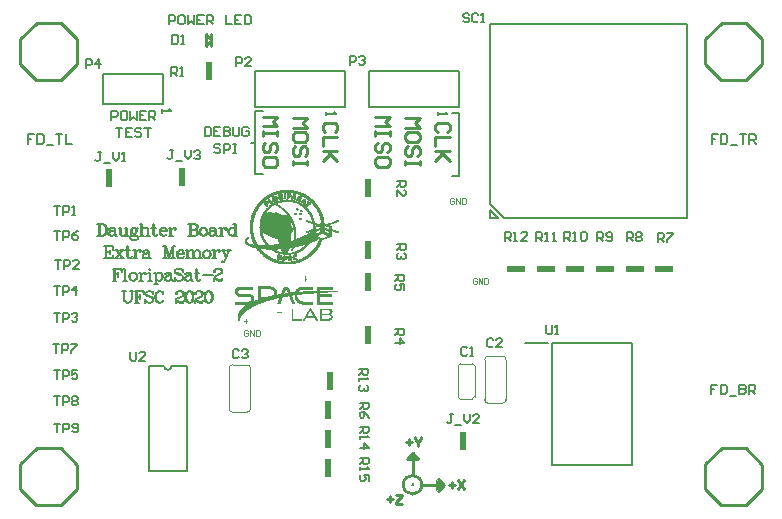
<source format=gto>
G04*
G04 #@! TF.GenerationSoftware,Altium Limited,Altium Designer,18.1.7 (191)*
G04*
G04 Layer_Color=65535*
%FSLAX25Y25*%
%MOIN*%
G70*
G01*
G75*
%ADD10C,0.00787*%
%ADD11C,0.00472*%
%ADD12C,0.01000*%
%ADD13C,0.00591*%
%ADD14C,0.00800*%
%ADD15C,0.00100*%
%ADD16C,0.00394*%
%ADD17C,0.00551*%
%ADD18C,0.00701*%
%ADD19C,0.00700*%
%ADD20R,0.02000X0.06000*%
%ADD21R,0.06000X0.02000*%
G36*
X84408Y84809D02*
X84480D01*
Y84738D01*
Y84666D01*
Y84595D01*
Y84524D01*
Y84452D01*
Y84381D01*
Y84310D01*
Y84238D01*
Y84167D01*
Y84095D01*
Y84024D01*
X84979D01*
Y83953D01*
X85408D01*
Y83881D01*
X85194D01*
Y83810D01*
X84480D01*
Y83738D01*
Y83667D01*
Y83596D01*
Y83524D01*
Y83453D01*
Y83381D01*
Y83310D01*
X84408D01*
Y83239D01*
Y83167D01*
Y83096D01*
Y83025D01*
Y82953D01*
Y82882D01*
X84337D01*
Y82953D01*
Y83025D01*
Y83096D01*
Y83167D01*
X84266D01*
Y83239D01*
Y83310D01*
Y83381D01*
Y83453D01*
Y83524D01*
Y83596D01*
Y83667D01*
Y83738D01*
Y83810D01*
X83837D01*
Y83881D01*
X83409D01*
Y83953D01*
X83480D01*
Y84024D01*
X84266D01*
Y84095D01*
Y84167D01*
Y84238D01*
Y84310D01*
Y84381D01*
Y84452D01*
X84337D01*
Y84524D01*
Y84595D01*
Y84666D01*
Y84738D01*
Y84809D01*
Y84881D01*
X84408D01*
Y84809D01*
D02*
G37*
G36*
X96544Y81525D02*
Y81454D01*
Y81383D01*
Y81311D01*
Y81240D01*
Y81169D01*
X96616D01*
Y81097D01*
Y81026D01*
Y80954D01*
Y80883D01*
Y80812D01*
Y80740D01*
Y80669D01*
Y80597D01*
X97329D01*
Y80526D01*
X97615D01*
Y80455D01*
X97044D01*
Y80383D01*
X96616D01*
Y80312D01*
Y80240D01*
Y80169D01*
X96544D01*
Y80098D01*
Y80026D01*
Y79955D01*
Y79883D01*
Y79812D01*
Y79741D01*
Y79669D01*
Y79598D01*
X96401D01*
Y79669D01*
Y79741D01*
Y79812D01*
Y79883D01*
Y79955D01*
Y80026D01*
Y80098D01*
Y80169D01*
Y80240D01*
Y80312D01*
Y80383D01*
X96187D01*
Y80455D01*
X95616D01*
Y80526D01*
X95473D01*
Y80597D01*
X96044D01*
Y80669D01*
X96401D01*
Y80740D01*
Y80812D01*
Y80883D01*
Y80954D01*
Y81026D01*
Y81097D01*
Y81169D01*
Y81240D01*
Y81311D01*
X96473D01*
Y81383D01*
Y81454D01*
Y81525D01*
Y81597D01*
X96544D01*
Y81525D01*
D02*
G37*
G36*
X85051Y78027D02*
X85479D01*
Y77956D01*
X85693D01*
Y77885D01*
X85908D01*
Y77813D01*
X86050D01*
Y77742D01*
X86122D01*
Y77671D01*
X86264D01*
Y77599D01*
X86336D01*
Y77528D01*
X86407D01*
Y77456D01*
X86479D01*
Y77385D01*
X86550D01*
Y77314D01*
Y77242D01*
X86621D01*
Y77171D01*
X86693D01*
Y77099D01*
Y77028D01*
X86764D01*
Y76957D01*
Y76885D01*
X86835D01*
Y76814D01*
Y76743D01*
Y76671D01*
X86907D01*
Y76600D01*
Y76528D01*
Y76457D01*
Y76385D01*
Y76314D01*
X86978D01*
Y76243D01*
Y76171D01*
Y76100D01*
Y76029D01*
Y75957D01*
Y75886D01*
Y75814D01*
Y75743D01*
Y75672D01*
Y75600D01*
Y75529D01*
X86907D01*
Y75458D01*
Y75386D01*
X87192D01*
Y75458D01*
X87692D01*
Y75529D01*
X88121D01*
Y75600D01*
X88335D01*
Y75672D01*
X88406D01*
Y75743D01*
Y75814D01*
Y75886D01*
X88477D01*
Y75957D01*
Y76029D01*
X88549D01*
Y76100D01*
Y76171D01*
Y76243D01*
X88620D01*
Y76314D01*
Y76385D01*
Y76457D01*
X88692D01*
Y76528D01*
Y76600D01*
X88763D01*
Y76671D01*
Y76743D01*
Y76814D01*
X88834D01*
Y76885D01*
Y76957D01*
Y77028D01*
X88906D01*
Y77099D01*
Y77171D01*
X88977D01*
Y77242D01*
Y77314D01*
Y77385D01*
X89048D01*
Y77456D01*
X89120D01*
Y77528D01*
X89191D01*
Y77599D01*
X89263D01*
Y77671D01*
X89334D01*
Y77742D01*
X89477D01*
Y77813D01*
X89691D01*
Y77885D01*
X90405D01*
Y77813D01*
X90619D01*
Y77742D01*
X90762D01*
Y77671D01*
X90833D01*
Y77599D01*
X90905D01*
Y77528D01*
X90976D01*
Y77456D01*
X91047D01*
Y77385D01*
Y77314D01*
X91119D01*
Y77242D01*
Y77171D01*
X91190D01*
Y77099D01*
Y77028D01*
Y76957D01*
X91262D01*
Y76885D01*
Y76814D01*
X91333D01*
Y76743D01*
Y76671D01*
Y76600D01*
X91404D01*
Y76528D01*
Y76457D01*
Y76385D01*
X91476D01*
Y76314D01*
Y76243D01*
X91547D01*
Y76171D01*
Y76100D01*
X91619D01*
Y76029D01*
X91690D01*
Y76100D01*
X92261D01*
Y76171D01*
X92975D01*
Y76243D01*
X93046D01*
Y76314D01*
Y76385D01*
X93118D01*
Y76457D01*
Y76528D01*
X93189D01*
Y76600D01*
Y76671D01*
X93260D01*
Y76743D01*
Y76814D01*
X93332D01*
Y76885D01*
X93403D01*
Y76957D01*
X93475D01*
Y77028D01*
Y77099D01*
X93546D01*
Y77171D01*
X93617D01*
Y77242D01*
X93689D01*
Y77314D01*
X93760D01*
Y77385D01*
X93903D01*
Y77456D01*
X93974D01*
Y77528D01*
X94046D01*
Y77599D01*
X94188D01*
Y77671D01*
X94331D01*
Y77742D01*
X94474D01*
Y77813D01*
X94617D01*
Y77885D01*
X94831D01*
Y77956D01*
X95116D01*
Y78027D01*
X98971D01*
Y77956D01*
Y77885D01*
Y77813D01*
Y77742D01*
Y77671D01*
Y77599D01*
Y77528D01*
Y77456D01*
Y77385D01*
Y77314D01*
Y77242D01*
Y77171D01*
Y77099D01*
Y77028D01*
X95259D01*
Y76957D01*
X95045D01*
Y76885D01*
X94902D01*
Y76814D01*
X94760D01*
Y76743D01*
X94617D01*
Y76671D01*
X94545D01*
Y76600D01*
X94474D01*
Y76528D01*
X94403D01*
Y76457D01*
X94331D01*
Y76385D01*
X94260D01*
Y76314D01*
X94617D01*
Y76385D01*
X95616D01*
Y76457D01*
X96758D01*
Y76528D01*
X98043D01*
Y76600D01*
X100185D01*
Y76671D01*
Y76743D01*
Y76814D01*
Y76885D01*
Y76957D01*
Y77028D01*
Y77099D01*
Y77171D01*
Y77242D01*
Y77314D01*
Y77385D01*
Y77456D01*
Y77528D01*
Y77599D01*
Y77671D01*
Y77742D01*
Y77813D01*
Y77885D01*
Y77956D01*
Y78027D01*
X105539D01*
Y77956D01*
Y77885D01*
Y77813D01*
Y77742D01*
Y77671D01*
Y77599D01*
Y77528D01*
Y77456D01*
Y77385D01*
Y77314D01*
Y77242D01*
Y77171D01*
Y77099D01*
Y77028D01*
X101184D01*
Y76957D01*
Y76885D01*
Y76814D01*
Y76743D01*
Y76671D01*
Y76600D01*
X105396D01*
Y76528D01*
X106681D01*
Y76457D01*
X107324D01*
Y76385D01*
X107681D01*
Y76314D01*
X107966D01*
Y76243D01*
X108180D01*
Y76171D01*
X106181D01*
Y76100D01*
X104111D01*
Y76029D01*
X102612D01*
Y75957D01*
X101327D01*
Y75886D01*
X101184D01*
Y75814D01*
Y75743D01*
Y75672D01*
Y75600D01*
Y75529D01*
X105325D01*
Y75458D01*
Y75386D01*
Y75315D01*
Y75243D01*
Y75172D01*
Y75101D01*
Y75029D01*
Y74958D01*
Y74886D01*
Y74815D01*
Y74744D01*
Y74672D01*
X101184D01*
Y74601D01*
Y74529D01*
Y74458D01*
Y74387D01*
Y74315D01*
Y74244D01*
Y74173D01*
Y74101D01*
Y74030D01*
Y73958D01*
Y73887D01*
Y73816D01*
Y73744D01*
Y73673D01*
Y73601D01*
Y73530D01*
Y73459D01*
Y73387D01*
Y73316D01*
Y73245D01*
Y73173D01*
Y73102D01*
Y73030D01*
X105539D01*
Y72959D01*
Y72888D01*
Y72816D01*
Y72745D01*
Y72673D01*
Y72602D01*
Y72531D01*
Y72459D01*
Y72388D01*
Y72316D01*
Y72245D01*
Y72174D01*
Y72102D01*
Y72031D01*
X100185D01*
Y72102D01*
Y72174D01*
Y72245D01*
Y72316D01*
Y72388D01*
Y72459D01*
Y72531D01*
Y72602D01*
Y72673D01*
Y72745D01*
Y72816D01*
Y72888D01*
Y72959D01*
Y73030D01*
Y73102D01*
Y73173D01*
Y73245D01*
Y73316D01*
Y73387D01*
Y73459D01*
Y73530D01*
Y73601D01*
Y73673D01*
Y73744D01*
Y73816D01*
Y73887D01*
Y73958D01*
Y74030D01*
Y74101D01*
Y74173D01*
Y74244D01*
Y74315D01*
Y74387D01*
Y74458D01*
Y74529D01*
Y74601D01*
Y74672D01*
Y74744D01*
Y74815D01*
Y74886D01*
Y74958D01*
Y75029D01*
Y75101D01*
Y75172D01*
Y75243D01*
Y75315D01*
Y75386D01*
Y75458D01*
Y75529D01*
Y75600D01*
Y75672D01*
Y75743D01*
Y75814D01*
X99186D01*
Y75743D01*
X98329D01*
Y75672D01*
X97472D01*
Y75600D01*
X96687D01*
Y75529D01*
X96044D01*
Y75458D01*
X95331D01*
Y75386D01*
X94688D01*
Y75315D01*
X94117D01*
Y75243D01*
X93831D01*
Y75172D01*
Y75101D01*
Y75029D01*
Y74958D01*
Y74886D01*
Y74815D01*
Y74744D01*
X93903D01*
Y74672D01*
Y74601D01*
Y74529D01*
Y74458D01*
Y74387D01*
X93974D01*
Y74315D01*
Y74244D01*
Y74173D01*
X94046D01*
Y74101D01*
Y74030D01*
X94117D01*
Y73958D01*
X94188D01*
Y73887D01*
Y73816D01*
X94260D01*
Y73744D01*
X94331D01*
Y73673D01*
X94403D01*
Y73601D01*
X94474D01*
Y73530D01*
X94545D01*
Y73459D01*
X94617D01*
Y73387D01*
X94688D01*
Y73316D01*
X94831D01*
Y73245D01*
X94974D01*
Y73173D01*
X95188D01*
Y73102D01*
X95545D01*
Y73030D01*
X98971D01*
Y72959D01*
Y72888D01*
Y72816D01*
Y72745D01*
Y72673D01*
Y72602D01*
Y72531D01*
Y72459D01*
Y72388D01*
Y72316D01*
Y72245D01*
Y72174D01*
Y72102D01*
Y72031D01*
X95473D01*
Y72102D01*
X95045D01*
Y72174D01*
X94831D01*
Y72245D01*
X94617D01*
Y72316D01*
X94474D01*
Y72388D01*
X94331D01*
Y72459D01*
X94188D01*
Y72531D01*
X94117D01*
Y72602D01*
X93974D01*
Y72673D01*
X93903D01*
Y72745D01*
X93831D01*
Y72816D01*
X93760D01*
Y72888D01*
X93689D01*
Y72959D01*
X93617D01*
Y73030D01*
X93546D01*
Y73102D01*
X93475D01*
Y73173D01*
X93403D01*
Y73245D01*
Y73316D01*
X93332D01*
Y73387D01*
X93260D01*
Y73459D01*
Y73530D01*
X93189D01*
Y73601D01*
Y73673D01*
X93118D01*
Y73744D01*
Y73816D01*
X93046D01*
Y73887D01*
Y73958D01*
Y74030D01*
X92975D01*
Y74101D01*
Y74173D01*
Y74244D01*
Y74315D01*
X92903D01*
Y74387D01*
Y74458D01*
Y74529D01*
Y74601D01*
Y74672D01*
X92832D01*
Y74744D01*
Y74815D01*
Y74886D01*
Y74958D01*
Y75029D01*
Y75101D01*
X92475D01*
Y75029D01*
X92047D01*
Y74958D01*
X91975D01*
Y74886D01*
X92047D01*
Y74815D01*
Y74744D01*
X92118D01*
Y74672D01*
Y74601D01*
Y74529D01*
X92190D01*
Y74458D01*
Y74387D01*
X92261D01*
Y74315D01*
Y74244D01*
Y74173D01*
X92332D01*
Y74101D01*
Y74030D01*
Y73958D01*
X92404D01*
Y73887D01*
Y73816D01*
X92475D01*
Y73744D01*
Y73673D01*
Y73601D01*
X92546D01*
Y73530D01*
Y73459D01*
Y73387D01*
X92618D01*
Y73316D01*
Y73245D01*
X92689D01*
Y73173D01*
Y73102D01*
Y73030D01*
X92761D01*
Y72959D01*
Y72888D01*
X92832D01*
Y72816D01*
Y72745D01*
Y72673D01*
X92903D01*
Y72602D01*
Y72531D01*
Y72459D01*
X92975D01*
Y72388D01*
Y72316D01*
X93046D01*
Y72245D01*
X91975D01*
Y72316D01*
Y72388D01*
X91904D01*
Y72459D01*
Y72531D01*
Y72602D01*
X91833D01*
Y72673D01*
Y72745D01*
Y72816D01*
X91761D01*
Y72888D01*
Y72959D01*
X91690D01*
Y73030D01*
Y73102D01*
Y73173D01*
X91619D01*
Y73245D01*
Y73316D01*
X91547D01*
Y73387D01*
Y73459D01*
Y73530D01*
X91476D01*
Y73601D01*
Y73673D01*
Y73744D01*
X91404D01*
Y73816D01*
Y73887D01*
X91333D01*
Y73958D01*
Y74030D01*
Y74101D01*
X91262D01*
Y74173D01*
Y74244D01*
Y74315D01*
X91190D01*
Y74387D01*
Y74458D01*
X91119D01*
Y74529D01*
Y74601D01*
Y74672D01*
X91047D01*
Y74744D01*
Y74815D01*
X90690D01*
Y74744D01*
X90333D01*
Y74672D01*
X89905D01*
Y74601D01*
X89548D01*
Y74529D01*
X89120D01*
Y74458D01*
X88906D01*
Y74387D01*
Y74315D01*
X88834D01*
Y74244D01*
Y74173D01*
Y74101D01*
X88763D01*
Y74030D01*
Y73958D01*
X88692D01*
Y73887D01*
Y73816D01*
Y73744D01*
X88620D01*
Y73673D01*
Y73601D01*
Y73530D01*
X88549D01*
Y73459D01*
Y73387D01*
X88477D01*
Y73316D01*
Y73245D01*
Y73173D01*
X88406D01*
Y73102D01*
Y73030D01*
Y72959D01*
X88335D01*
Y72888D01*
Y72816D01*
X88263D01*
Y72745D01*
Y72673D01*
Y72602D01*
X88192D01*
Y72531D01*
Y72459D01*
Y72388D01*
X88121D01*
Y72316D01*
Y72245D01*
X87050D01*
Y72316D01*
X87121D01*
Y72388D01*
Y72459D01*
Y72531D01*
X87192D01*
Y72602D01*
Y72673D01*
X87264D01*
Y72745D01*
Y72816D01*
Y72888D01*
X87335D01*
Y72959D01*
Y73030D01*
X87407D01*
Y73102D01*
Y73173D01*
Y73245D01*
X87478D01*
Y73316D01*
Y73387D01*
Y73459D01*
X87549D01*
Y73530D01*
Y73601D01*
X87621D01*
Y73673D01*
Y73744D01*
Y73816D01*
X87692D01*
Y73887D01*
Y73958D01*
Y74030D01*
X87764D01*
Y74101D01*
Y74173D01*
X87407D01*
Y74101D01*
X87050D01*
Y74030D01*
X86764D01*
Y73958D01*
X86479D01*
Y73887D01*
X86193D01*
Y73816D01*
X85908D01*
Y73744D01*
X85622D01*
Y73673D01*
X85336D01*
Y73601D01*
X85051D01*
Y73530D01*
X84837D01*
Y73459D01*
X84551D01*
Y73387D01*
X84266D01*
Y73316D01*
X84051D01*
Y73245D01*
X83837D01*
Y73173D01*
X83623D01*
Y73102D01*
X83338D01*
Y73030D01*
X83123D01*
Y72959D01*
X82909D01*
Y72888D01*
X82695D01*
Y72816D01*
X82552D01*
Y72745D01*
X82338D01*
Y72673D01*
X82124D01*
Y72602D01*
X81910D01*
Y72531D01*
X81696D01*
Y72459D01*
X81553D01*
Y72388D01*
Y72316D01*
Y72245D01*
Y72174D01*
Y72102D01*
X80696D01*
Y72031D01*
X80482D01*
Y71960D01*
X80339D01*
Y71888D01*
X80196D01*
Y71817D01*
X80054D01*
Y71745D01*
X79911D01*
Y71674D01*
X79768D01*
Y71603D01*
X79554D01*
Y71531D01*
X79411D01*
Y71460D01*
X79268D01*
Y71388D01*
X79197D01*
Y71317D01*
X79054D01*
Y71246D01*
X78912D01*
Y71174D01*
X78769D01*
Y71103D01*
X78626D01*
Y71031D01*
X78555D01*
Y70960D01*
X78412D01*
Y70889D01*
X78269D01*
Y70817D01*
X78198D01*
Y70746D01*
X78055D01*
Y70675D01*
X77912D01*
Y70603D01*
X77841D01*
Y70532D01*
X77698D01*
Y70460D01*
X77627D01*
Y70389D01*
X77484D01*
Y70318D01*
X77412D01*
Y70246D01*
X77270D01*
Y70175D01*
X77198D01*
Y70104D01*
X77127D01*
Y70032D01*
X76984D01*
Y69961D01*
X76913D01*
Y69889D01*
X76841D01*
Y69818D01*
X76770D01*
Y69747D01*
X76627D01*
Y69675D01*
X76556D01*
Y69604D01*
X76484D01*
Y69532D01*
X76413D01*
Y69461D01*
X76342D01*
Y69390D01*
X76270D01*
Y69318D01*
X76199D01*
Y69247D01*
X76127D01*
Y69175D01*
X76056D01*
Y69104D01*
X75985D01*
Y69033D01*
X75913D01*
Y68961D01*
X75842D01*
Y68890D01*
X75770D01*
Y68818D01*
X75699D01*
Y68747D01*
X75628D01*
Y68676D01*
X75556D01*
Y68604D01*
Y68533D01*
X75485D01*
Y68462D01*
X75414D01*
Y68390D01*
X75342D01*
Y68319D01*
Y68247D01*
X75271D01*
Y68176D01*
X75199D01*
Y68105D01*
X75128D01*
Y68033D01*
Y67962D01*
X75057D01*
Y67891D01*
Y67819D01*
X74985D01*
Y67748D01*
Y67676D01*
X74914D01*
Y67605D01*
X74843D01*
Y67533D01*
Y67462D01*
X74771D01*
Y67391D01*
Y67319D01*
Y67248D01*
X74700D01*
Y67177D01*
Y67105D01*
X74628D01*
Y67034D01*
Y66962D01*
Y66891D01*
X74557D01*
Y66820D01*
Y66748D01*
Y66677D01*
Y66606D01*
X74486D01*
Y66534D01*
Y66463D01*
Y66391D01*
Y66320D01*
Y66249D01*
Y66177D01*
Y66106D01*
X74414D01*
Y66177D01*
Y66249D01*
X74343D01*
Y66320D01*
Y66391D01*
X74271D01*
Y66463D01*
Y66534D01*
X74200D01*
Y66606D01*
Y66677D01*
Y66748D01*
X74129D01*
Y66820D01*
Y66891D01*
Y66962D01*
X74057D01*
Y67034D01*
Y67105D01*
Y67177D01*
Y67248D01*
Y67319D01*
X73986D01*
Y67391D01*
Y67462D01*
Y67533D01*
Y67605D01*
Y67676D01*
Y67748D01*
Y67819D01*
Y67891D01*
Y67962D01*
Y68033D01*
Y68105D01*
Y68176D01*
Y68247D01*
Y68319D01*
Y68390D01*
Y68462D01*
Y68533D01*
X74057D01*
Y68604D01*
Y68676D01*
Y68747D01*
Y68818D01*
Y68890D01*
X74129D01*
Y68961D01*
Y69033D01*
Y69104D01*
X74200D01*
Y69175D01*
Y69247D01*
Y69318D01*
X74271D01*
Y69390D01*
Y69461D01*
X74343D01*
Y69532D01*
Y69604D01*
X74414D01*
Y69675D01*
Y69747D01*
X74486D01*
Y69818D01*
Y69889D01*
X74557D01*
Y69961D01*
X74628D01*
Y70032D01*
Y70104D01*
X74700D01*
Y70175D01*
X74771D01*
Y70246D01*
Y70318D01*
X74843D01*
Y70389D01*
X74914D01*
Y70460D01*
X74985D01*
Y70532D01*
X75057D01*
Y70603D01*
X75128D01*
Y70675D01*
X75199D01*
Y70746D01*
X75271D01*
Y70817D01*
Y70889D01*
X75342D01*
Y70960D01*
X75485D01*
Y71031D01*
X75556D01*
Y71103D01*
X75628D01*
Y71174D01*
X75699D01*
Y71246D01*
X75770D01*
Y71317D01*
X75842D01*
Y71388D01*
X75985D01*
Y71460D01*
X76056D01*
Y71531D01*
X76127D01*
Y71603D01*
X76270D01*
Y71674D01*
X76342D01*
Y71745D01*
X76484D01*
Y71817D01*
X76556D01*
Y71888D01*
X76699D01*
Y71960D01*
X76770D01*
Y72031D01*
X73058D01*
Y72102D01*
Y72174D01*
Y72245D01*
Y72316D01*
Y72388D01*
Y72459D01*
Y72531D01*
Y72602D01*
Y72673D01*
Y72745D01*
Y72816D01*
Y72888D01*
Y72959D01*
Y73030D01*
X77769D01*
Y73102D01*
X78055D01*
Y73173D01*
X78198D01*
Y73245D01*
X78269D01*
Y73316D01*
X78341D01*
Y73387D01*
Y73459D01*
X78412D01*
Y73530D01*
Y73601D01*
X78483D01*
Y73673D01*
Y73744D01*
Y73816D01*
Y73887D01*
Y73958D01*
Y74030D01*
Y74101D01*
Y74173D01*
X78412D01*
Y74244D01*
Y74315D01*
X78341D01*
Y74387D01*
Y74458D01*
X78269D01*
Y74529D01*
X78126D01*
Y74601D01*
X77912D01*
Y74672D01*
X74486D01*
Y74744D01*
X74129D01*
Y74815D01*
X73914D01*
Y74886D01*
X73772D01*
Y74958D01*
X73700D01*
Y75029D01*
X73558D01*
Y75101D01*
X73486D01*
Y75172D01*
X73415D01*
Y75243D01*
X73343D01*
Y75315D01*
Y75386D01*
X73272D01*
Y75458D01*
X73201D01*
Y75529D01*
Y75600D01*
X73129D01*
Y75672D01*
Y75743D01*
X73058D01*
Y75814D01*
Y75886D01*
Y75957D01*
Y76029D01*
X72986D01*
Y76100D01*
Y76171D01*
Y76243D01*
Y76314D01*
Y76385D01*
Y76457D01*
Y76528D01*
Y76600D01*
Y76671D01*
Y76743D01*
X73058D01*
Y76814D01*
Y76885D01*
Y76957D01*
Y77028D01*
X73129D01*
Y77099D01*
Y77171D01*
X73201D01*
Y77242D01*
Y77314D01*
X73272D01*
Y77385D01*
X73343D01*
Y77456D01*
X73415D01*
Y77528D01*
Y77599D01*
X73558D01*
Y77671D01*
X73629D01*
Y77742D01*
X73700D01*
Y77813D01*
X73843D01*
Y77885D01*
X74057D01*
Y77956D01*
X74271D01*
Y78027D01*
X79126D01*
Y77956D01*
Y77885D01*
Y77813D01*
Y77742D01*
Y77671D01*
Y77599D01*
Y77528D01*
Y77456D01*
Y77385D01*
Y77314D01*
Y77242D01*
Y77171D01*
Y77099D01*
Y77028D01*
X74486D01*
Y76957D01*
X74343D01*
Y76885D01*
X74271D01*
Y76814D01*
X74200D01*
Y76743D01*
X74129D01*
Y76671D01*
Y76600D01*
X74057D01*
Y76528D01*
Y76457D01*
Y76385D01*
Y76314D01*
Y76243D01*
Y76171D01*
Y76100D01*
Y76029D01*
Y75957D01*
X74129D01*
Y75886D01*
Y75814D01*
X74200D01*
Y75743D01*
X74271D01*
Y75672D01*
X74343D01*
Y75600D01*
X74486D01*
Y75529D01*
X77983D01*
Y75458D01*
X78341D01*
Y75386D01*
X78555D01*
Y75315D01*
X78697D01*
Y75243D01*
X78840D01*
Y75172D01*
X78912D01*
Y75101D01*
X78983D01*
Y75029D01*
X79054D01*
Y74958D01*
X79126D01*
Y74886D01*
X79197D01*
Y74815D01*
Y74744D01*
X79268D01*
Y74672D01*
Y74601D01*
X79340D01*
Y74529D01*
Y74458D01*
Y74387D01*
X79411D01*
Y74315D01*
Y74244D01*
Y74173D01*
Y74101D01*
Y74030D01*
Y73958D01*
Y73887D01*
Y73816D01*
Y73744D01*
Y73673D01*
Y73601D01*
Y73530D01*
Y73459D01*
Y73387D01*
Y73316D01*
Y73245D01*
X79483D01*
Y73316D01*
X79625D01*
Y73387D01*
X79768D01*
Y73459D01*
X79982D01*
Y73530D01*
X80125D01*
Y73601D01*
X80339D01*
Y73673D01*
X80482D01*
Y73744D01*
X80554D01*
Y73816D01*
Y73887D01*
Y73958D01*
Y74030D01*
Y74101D01*
Y74173D01*
Y74244D01*
Y74315D01*
Y74387D01*
Y74458D01*
Y74529D01*
Y74601D01*
Y74672D01*
Y74744D01*
Y74815D01*
Y74886D01*
Y74958D01*
Y75029D01*
Y75101D01*
Y75172D01*
Y75243D01*
Y75315D01*
Y75386D01*
Y75458D01*
Y75529D01*
Y75600D01*
Y75672D01*
Y75743D01*
Y75814D01*
Y75886D01*
Y75957D01*
Y76029D01*
Y76100D01*
Y76171D01*
Y76243D01*
Y76314D01*
Y76385D01*
Y76457D01*
Y76528D01*
Y76600D01*
Y76671D01*
Y76743D01*
Y76814D01*
Y76885D01*
Y76957D01*
Y77028D01*
Y77099D01*
Y77171D01*
Y77242D01*
Y77314D01*
Y77385D01*
Y77456D01*
Y77528D01*
Y77599D01*
Y77671D01*
Y77742D01*
Y77813D01*
Y77885D01*
Y77956D01*
Y78027D01*
Y78099D01*
X85051D01*
Y78027D01*
D02*
G37*
G36*
X87978Y70460D02*
Y70389D01*
Y70318D01*
Y70246D01*
Y70175D01*
Y70104D01*
Y70032D01*
X88049D01*
Y69961D01*
Y69889D01*
Y69818D01*
Y69747D01*
Y69675D01*
Y69604D01*
Y69532D01*
X88192D01*
Y69461D01*
X88763D01*
Y69390D01*
X88977D01*
Y69318D01*
X88406D01*
Y69247D01*
X88049D01*
Y69175D01*
Y69104D01*
Y69033D01*
X87978D01*
Y68961D01*
Y68890D01*
Y68818D01*
Y68747D01*
Y68676D01*
Y68604D01*
Y68533D01*
Y68462D01*
X87906D01*
Y68390D01*
X87835D01*
Y68462D01*
Y68533D01*
Y68604D01*
Y68676D01*
Y68747D01*
Y68818D01*
Y68890D01*
Y68961D01*
Y69033D01*
Y69104D01*
Y69175D01*
Y69247D01*
X87692D01*
Y69318D01*
X87050D01*
Y69390D01*
X86835D01*
Y69461D01*
X87407D01*
Y69532D01*
X87835D01*
Y69604D01*
Y69675D01*
Y69747D01*
Y69818D01*
Y69889D01*
Y69961D01*
Y70032D01*
Y70104D01*
Y70175D01*
X87906D01*
Y70246D01*
Y70318D01*
Y70389D01*
Y70460D01*
Y70532D01*
X87978D01*
Y70460D01*
D02*
G37*
G36*
X95402Y70175D02*
Y70104D01*
Y70032D01*
Y69961D01*
X95473D01*
Y69889D01*
Y69818D01*
Y69747D01*
Y69675D01*
Y69604D01*
Y69532D01*
Y69461D01*
Y69390D01*
Y69318D01*
X95759D01*
Y69247D01*
X96259D01*
Y69175D01*
X96330D01*
Y69104D01*
X95473D01*
Y69033D01*
Y68961D01*
Y68890D01*
Y68818D01*
Y68747D01*
Y68676D01*
X95402D01*
Y68604D01*
Y68533D01*
Y68462D01*
Y68390D01*
Y68319D01*
Y68247D01*
X95331D01*
Y68319D01*
X95259D01*
Y68390D01*
Y68462D01*
Y68533D01*
Y68604D01*
Y68676D01*
Y68747D01*
Y68818D01*
Y68890D01*
Y68961D01*
Y69033D01*
Y69104D01*
X94617D01*
Y69175D01*
X94260D01*
Y69247D01*
X94617D01*
Y69318D01*
X95259D01*
Y69390D01*
Y69461D01*
Y69532D01*
Y69604D01*
Y69675D01*
Y69747D01*
Y69818D01*
Y69889D01*
X95331D01*
Y69961D01*
Y70032D01*
Y70104D01*
Y70175D01*
Y70246D01*
X95402D01*
Y70175D01*
D02*
G37*
G36*
X104611Y70675D02*
X104896D01*
Y70603D01*
X105039D01*
Y70532D01*
X105182D01*
Y70460D01*
X105253D01*
Y70389D01*
X105325D01*
Y70318D01*
Y70246D01*
X105396D01*
Y70175D01*
X105468D01*
Y70104D01*
Y70032D01*
Y69961D01*
Y69889D01*
X105539D01*
Y69818D01*
Y69747D01*
Y69675D01*
Y69604D01*
Y69532D01*
X105468D01*
Y69461D01*
Y69390D01*
Y69318D01*
Y69247D01*
X105396D01*
Y69175D01*
X105325D01*
Y69104D01*
Y69033D01*
X105182D01*
Y68961D01*
X105111D01*
Y68890D01*
X104968D01*
Y68818D01*
X105111D01*
Y68747D01*
X105182D01*
Y68676D01*
X105325D01*
Y68604D01*
X105396D01*
Y68533D01*
Y68462D01*
X105468D01*
Y68390D01*
X105539D01*
Y68319D01*
Y68247D01*
Y68176D01*
Y68105D01*
X105610D01*
Y68033D01*
Y67962D01*
Y67891D01*
Y67819D01*
Y67748D01*
Y67676D01*
X105539D01*
Y67605D01*
Y67533D01*
Y67462D01*
X105468D01*
Y67391D01*
Y67319D01*
X105396D01*
Y67248D01*
Y67177D01*
X105325D01*
Y67105D01*
X105253D01*
Y67034D01*
X105182D01*
Y66962D01*
X105039D01*
Y66891D01*
X104896D01*
Y66820D01*
X104682D01*
Y66748D01*
X101256D01*
Y66820D01*
Y66891D01*
Y66962D01*
Y67034D01*
Y67105D01*
Y67177D01*
Y67248D01*
Y67319D01*
Y67391D01*
Y67462D01*
Y67533D01*
Y67605D01*
Y67676D01*
Y67748D01*
Y67819D01*
Y67891D01*
Y67962D01*
Y68033D01*
Y68105D01*
Y68176D01*
Y68247D01*
Y68319D01*
Y68390D01*
Y68462D01*
Y68533D01*
Y68604D01*
Y68676D01*
Y68747D01*
Y68818D01*
Y68890D01*
Y68961D01*
Y69033D01*
Y69104D01*
Y69175D01*
Y69247D01*
Y69318D01*
Y69390D01*
Y69461D01*
Y69532D01*
Y69604D01*
Y69675D01*
Y69747D01*
Y69818D01*
Y69889D01*
Y69961D01*
Y70032D01*
Y70104D01*
Y70175D01*
Y70246D01*
Y70318D01*
Y70389D01*
Y70460D01*
Y70532D01*
Y70603D01*
Y70675D01*
Y70746D01*
X104611D01*
Y70675D01*
D02*
G37*
G36*
X98257Y70746D02*
X98329D01*
Y70675D01*
X98400D01*
Y70603D01*
X98472D01*
Y70532D01*
X98543D01*
Y70460D01*
Y70389D01*
X98614D01*
Y70318D01*
Y70246D01*
X98686D01*
Y70175D01*
X98757D01*
Y70104D01*
Y70032D01*
X98829D01*
Y69961D01*
X98900D01*
Y69889D01*
Y69818D01*
X98971D01*
Y69747D01*
Y69675D01*
X99043D01*
Y69604D01*
X99114D01*
Y69532D01*
Y69461D01*
X99186D01*
Y69390D01*
Y69318D01*
X99257D01*
Y69247D01*
X99328D01*
Y69175D01*
Y69104D01*
X99400D01*
Y69033D01*
Y68961D01*
X99471D01*
Y68890D01*
X99542D01*
Y68818D01*
Y68747D01*
X99614D01*
Y68676D01*
Y68604D01*
X99685D01*
Y68533D01*
X99757D01*
Y68462D01*
Y68390D01*
X99828D01*
Y68319D01*
Y68247D01*
X99899D01*
Y68176D01*
X99971D01*
Y68105D01*
Y68033D01*
X100042D01*
Y67962D01*
Y67891D01*
X100113D01*
Y67819D01*
X100185D01*
Y67748D01*
Y67676D01*
X100256D01*
Y67605D01*
Y67533D01*
X100328D01*
Y67462D01*
X100399D01*
Y67391D01*
Y67319D01*
X100470D01*
Y67248D01*
Y67177D01*
X100542D01*
Y67105D01*
X100613D01*
Y67034D01*
Y66962D01*
X100685D01*
Y66891D01*
Y66820D01*
X100756D01*
Y66748D01*
X99971D01*
Y66820D01*
X99899D01*
Y66891D01*
Y66962D01*
X99828D01*
Y67034D01*
Y67105D01*
X99757D01*
Y67177D01*
X99685D01*
Y67248D01*
Y67319D01*
X99614D01*
Y67391D01*
Y67462D01*
X99542D01*
Y67533D01*
X99471D01*
Y67605D01*
Y67676D01*
X99400D01*
Y67748D01*
X96830D01*
Y67676D01*
Y67605D01*
X96758D01*
Y67533D01*
X96687D01*
Y67462D01*
Y67391D01*
X96616D01*
Y67319D01*
Y67248D01*
X96544D01*
Y67177D01*
X96473D01*
Y67105D01*
Y67034D01*
X96401D01*
Y66962D01*
Y66891D01*
X96330D01*
Y66820D01*
Y66748D01*
X95545D01*
Y66820D01*
X95616D01*
Y66891D01*
Y66962D01*
X95688D01*
Y67034D01*
X95759D01*
Y67105D01*
Y67177D01*
X95830D01*
Y67248D01*
Y67319D01*
X95902D01*
Y67391D01*
X95973D01*
Y67462D01*
Y67533D01*
X96044D01*
Y67605D01*
Y67676D01*
X96116D01*
Y67748D01*
X96187D01*
Y67819D01*
Y67891D01*
X96259D01*
Y67962D01*
Y68033D01*
X96330D01*
Y68105D01*
X96401D01*
Y68176D01*
Y68247D01*
X96473D01*
Y68319D01*
Y68390D01*
X96544D01*
Y68462D01*
X96616D01*
Y68533D01*
Y68604D01*
X96687D01*
Y68676D01*
Y68747D01*
X96758D01*
Y68818D01*
X96830D01*
Y68890D01*
Y68961D01*
X96901D01*
Y69033D01*
Y69104D01*
X96973D01*
Y69175D01*
X97044D01*
Y69247D01*
Y69318D01*
X97115D01*
Y69390D01*
Y69461D01*
X97187D01*
Y69532D01*
X97258D01*
Y69604D01*
Y69675D01*
X97329D01*
Y69747D01*
Y69818D01*
X97401D01*
Y69889D01*
X97472D01*
Y69961D01*
Y70032D01*
X97544D01*
Y70104D01*
Y70175D01*
X97615D01*
Y70246D01*
X97686D01*
Y70318D01*
Y70389D01*
X97758D01*
Y70460D01*
Y70532D01*
X97829D01*
Y70603D01*
X97900D01*
Y70675D01*
X97972D01*
Y70746D01*
X98043D01*
Y70817D01*
X98257D01*
Y70746D01*
D02*
G37*
G36*
X92475Y70675D02*
Y70603D01*
Y70532D01*
Y70460D01*
Y70389D01*
Y70318D01*
Y70246D01*
Y70175D01*
Y70104D01*
Y70032D01*
Y69961D01*
Y69889D01*
Y69818D01*
Y69747D01*
Y69675D01*
Y69604D01*
Y69532D01*
Y69461D01*
Y69390D01*
Y69318D01*
Y69247D01*
Y69175D01*
Y69104D01*
Y69033D01*
Y68961D01*
Y68890D01*
Y68818D01*
Y68747D01*
Y68676D01*
Y68604D01*
Y68533D01*
Y68462D01*
Y68390D01*
Y68319D01*
Y68247D01*
Y68176D01*
Y68105D01*
Y68033D01*
Y67962D01*
Y67891D01*
Y67819D01*
Y67748D01*
Y67676D01*
Y67605D01*
Y67533D01*
Y67462D01*
Y67391D01*
X95188D01*
Y67319D01*
Y67248D01*
Y67177D01*
Y67105D01*
Y67034D01*
Y66962D01*
Y66891D01*
Y66820D01*
Y66748D01*
X91833D01*
Y66820D01*
Y66891D01*
Y66962D01*
Y67034D01*
Y67105D01*
Y67177D01*
Y67248D01*
Y67319D01*
Y67391D01*
Y67462D01*
Y67533D01*
Y67605D01*
Y67676D01*
Y67748D01*
Y67819D01*
Y67891D01*
Y67962D01*
Y68033D01*
Y68105D01*
Y68176D01*
Y68247D01*
Y68319D01*
Y68390D01*
Y68462D01*
Y68533D01*
Y68604D01*
Y68676D01*
Y68747D01*
Y68818D01*
Y68890D01*
Y68961D01*
Y69033D01*
Y69104D01*
Y69175D01*
Y69247D01*
Y69318D01*
Y69390D01*
Y69461D01*
Y69532D01*
Y69604D01*
Y69675D01*
Y69747D01*
Y69818D01*
Y69889D01*
Y69961D01*
Y70032D01*
Y70104D01*
Y70175D01*
Y70246D01*
Y70318D01*
Y70389D01*
Y70460D01*
Y70532D01*
Y70603D01*
Y70675D01*
Y70746D01*
X92475D01*
Y70675D01*
D02*
G37*
G36*
X76841Y67248D02*
Y67177D01*
Y67105D01*
Y67034D01*
Y66962D01*
Y66891D01*
Y66820D01*
Y66748D01*
Y66677D01*
Y66606D01*
Y66534D01*
Y66463D01*
X77270D01*
Y66391D01*
X77698D01*
Y66320D01*
Y66249D01*
X76913D01*
Y66177D01*
X76841D01*
Y66106D01*
Y66034D01*
Y65963D01*
Y65892D01*
Y65820D01*
Y65749D01*
Y65677D01*
Y65606D01*
X76770D01*
Y65535D01*
Y65463D01*
Y65392D01*
Y65320D01*
Y65249D01*
X76699D01*
Y65320D01*
Y65392D01*
Y65463D01*
Y65535D01*
Y65606D01*
Y65677D01*
Y65749D01*
X76627D01*
Y65820D01*
Y65892D01*
Y65963D01*
Y66034D01*
Y66106D01*
Y66177D01*
Y66249D01*
X76056D01*
Y66320D01*
X75699D01*
Y66391D01*
X75985D01*
Y66463D01*
X76627D01*
Y66534D01*
Y66606D01*
Y66677D01*
Y66748D01*
X76699D01*
Y66820D01*
Y66891D01*
Y66962D01*
Y67034D01*
Y67105D01*
Y67177D01*
Y67248D01*
X76770D01*
Y67319D01*
X76841D01*
Y67248D01*
D02*
G37*
G36*
X134153Y19980D02*
X130217D01*
X132185Y21949D01*
X134153Y19980D01*
D02*
G37*
G36*
X142126Y12008D02*
X140157Y10039D01*
Y13976D01*
X142126Y12008D01*
D02*
G37*
%LPC*%
G36*
X90191Y76885D02*
X89834D01*
Y76814D01*
Y76743D01*
X89762D01*
Y76671D01*
Y76600D01*
X89691D01*
Y76528D01*
Y76457D01*
Y76385D01*
X89620D01*
Y76314D01*
Y76243D01*
Y76171D01*
X89548D01*
Y76100D01*
Y76029D01*
X89477D01*
Y75957D01*
Y75886D01*
Y75814D01*
X89406D01*
Y75743D01*
X89620D01*
Y75814D01*
X90119D01*
Y75886D01*
X90619D01*
Y75957D01*
X90548D01*
Y76029D01*
Y76100D01*
Y76171D01*
X90476D01*
Y76243D01*
Y76314D01*
Y76385D01*
X90405D01*
Y76457D01*
Y76528D01*
X90333D01*
Y76600D01*
Y76671D01*
Y76743D01*
X90262D01*
Y76814D01*
X90191D01*
Y76885D01*
D02*
G37*
G36*
X84979Y77099D02*
X81553D01*
Y77028D01*
Y76957D01*
Y76885D01*
Y76814D01*
Y76743D01*
Y76671D01*
Y76600D01*
Y76528D01*
Y76457D01*
Y76385D01*
Y76314D01*
Y76243D01*
Y76171D01*
Y76100D01*
Y76029D01*
Y75957D01*
Y75886D01*
Y75814D01*
Y75743D01*
Y75672D01*
Y75600D01*
Y75529D01*
Y75458D01*
Y75386D01*
Y75315D01*
Y75243D01*
Y75172D01*
Y75101D01*
Y75029D01*
Y74958D01*
Y74886D01*
Y74815D01*
Y74744D01*
X83980D01*
Y74815D01*
X84337D01*
Y74886D01*
X84623D01*
Y74958D01*
X84908D01*
Y75029D01*
X85265D01*
Y75101D01*
X85622D01*
Y75172D01*
X85765D01*
Y75243D01*
X85836D01*
Y75315D01*
X85908D01*
Y75386D01*
Y75458D01*
Y75529D01*
X85979D01*
Y75600D01*
Y75672D01*
Y75743D01*
Y75814D01*
Y75886D01*
Y75957D01*
Y76029D01*
Y76100D01*
Y76171D01*
Y76243D01*
Y76314D01*
X85908D01*
Y76385D01*
Y76457D01*
X85836D01*
Y76528D01*
Y76600D01*
X85765D01*
Y76671D01*
X85693D01*
Y76743D01*
X85622D01*
Y76814D01*
X85551D01*
Y76885D01*
X85479D01*
Y76957D01*
X85265D01*
Y77028D01*
X84979D01*
Y77099D01*
D02*
G37*
G36*
X104325Y70104D02*
X101970D01*
Y70032D01*
Y69961D01*
Y69889D01*
Y69818D01*
Y69747D01*
Y69675D01*
Y69604D01*
Y69532D01*
Y69461D01*
Y69390D01*
Y69318D01*
Y69247D01*
Y69175D01*
Y69104D01*
Y69033D01*
X104468D01*
Y69104D01*
X104682D01*
Y69175D01*
X104754D01*
Y69247D01*
X104825D01*
Y69318D01*
Y69390D01*
Y69461D01*
Y69532D01*
Y69604D01*
Y69675D01*
Y69747D01*
Y69818D01*
X104754D01*
Y69889D01*
X104682D01*
Y69961D01*
X104611D01*
Y70032D01*
X104325D01*
Y70104D01*
D02*
G37*
G36*
X104397Y68533D02*
X101970D01*
Y68462D01*
Y68390D01*
Y68319D01*
Y68247D01*
Y68176D01*
Y68105D01*
Y68033D01*
Y67962D01*
Y67891D01*
Y67819D01*
Y67748D01*
Y67676D01*
Y67605D01*
Y67533D01*
Y67462D01*
Y67391D01*
X104468D01*
Y67462D01*
X104682D01*
Y67533D01*
X104754D01*
Y67605D01*
X104825D01*
Y67676D01*
X104896D01*
Y67748D01*
Y67819D01*
Y67891D01*
Y67962D01*
Y68033D01*
Y68105D01*
Y68176D01*
Y68247D01*
X104825D01*
Y68319D01*
X104754D01*
Y68390D01*
X104682D01*
Y68462D01*
X104397D01*
Y68533D01*
D02*
G37*
G36*
X98186Y69818D02*
X98043D01*
Y69747D01*
Y69675D01*
X97972D01*
Y69604D01*
Y69532D01*
X97900D01*
Y69461D01*
X97829D01*
Y69390D01*
Y69318D01*
X97758D01*
Y69247D01*
Y69175D01*
X97686D01*
Y69104D01*
X97615D01*
Y69033D01*
Y68961D01*
X97544D01*
Y68890D01*
Y68818D01*
X97472D01*
Y68747D01*
X97401D01*
Y68676D01*
Y68604D01*
X97329D01*
Y68533D01*
Y68462D01*
X97258D01*
Y68390D01*
Y68319D01*
Y68247D01*
X99043D01*
Y68319D01*
Y68390D01*
X98971D01*
Y68462D01*
Y68533D01*
X98900D01*
Y68604D01*
Y68676D01*
X98829D01*
Y68747D01*
X98757D01*
Y68818D01*
Y68890D01*
X98686D01*
Y68961D01*
Y69033D01*
X98614D01*
Y69104D01*
X98543D01*
Y69175D01*
Y69247D01*
X98472D01*
Y69318D01*
Y69390D01*
X98400D01*
Y69461D01*
X98329D01*
Y69532D01*
Y69604D01*
X98257D01*
Y69675D01*
Y69747D01*
X98186D01*
Y69818D01*
D02*
G37*
%LPD*%
D10*
X49341Y51555D02*
G03*
X51841Y51555I1250J0D01*
G01*
X157894Y165754D02*
X223642D01*
Y100793D02*
Y165754D01*
X162618Y100793D02*
X223642D01*
X157894Y105518D02*
X162618Y100793D01*
X157894Y105518D02*
Y165754D01*
X169685Y59232D02*
X177264D01*
X178642Y18701D02*
Y59252D01*
Y18701D02*
X205413D01*
Y59252D01*
X178642D02*
X205413D01*
X44291Y16555D02*
Y51555D01*
Y16555D02*
X56890D01*
Y51555D01*
X51841D02*
X56890D01*
X44291D02*
X49341D01*
X79783Y137996D02*
Y149996D01*
X109783Y137996D02*
Y149996D01*
X79783D02*
X109783D01*
X79783Y137996D02*
X109783D01*
X117776D02*
X147776D01*
X117776Y149996D02*
X147776D01*
Y137996D02*
Y149996D01*
X117776Y137996D02*
Y149996D01*
X31791Y133522D02*
Y136671D01*
X33366D01*
X33890Y136146D01*
Y135097D01*
X33366Y134572D01*
X31791D01*
X36514Y136671D02*
X35465D01*
X34940Y136146D01*
Y134047D01*
X35465Y133522D01*
X36514D01*
X37039Y134047D01*
Y136146D01*
X36514Y136671D01*
X38089D02*
Y133522D01*
X39138Y134572D01*
X40188Y133522D01*
Y136671D01*
X43336D02*
X41237D01*
Y133522D01*
X43336D01*
X41237Y135097D02*
X42287D01*
X44386Y133522D02*
Y136671D01*
X45960D01*
X46485Y136146D01*
Y135097D01*
X45960Y134572D01*
X44386D01*
X45435D02*
X46485Y133522D01*
X33366Y131003D02*
X35465D01*
X34415D01*
Y127854D01*
X38613Y131003D02*
X36514D01*
Y127854D01*
X38613D01*
X36514Y129429D02*
X37564D01*
X41762Y130478D02*
X41237Y131003D01*
X40188D01*
X39663Y130478D01*
Y129953D01*
X40188Y129429D01*
X41237D01*
X41762Y128904D01*
Y128379D01*
X41237Y127854D01*
X40188D01*
X39663Y128379D01*
X42811Y131003D02*
X44910D01*
X43861D01*
Y127854D01*
X62894Y131356D02*
Y128207D01*
X64468D01*
X64993Y128732D01*
Y130831D01*
X64468Y131356D01*
X62894D01*
X68141D02*
X66042D01*
Y128207D01*
X68141D01*
X66042Y129782D02*
X67092D01*
X69191Y131356D02*
Y128207D01*
X70765D01*
X71290Y128732D01*
Y129257D01*
X70765Y129782D01*
X69191D01*
X70765D01*
X71290Y130306D01*
Y130831D01*
X70765Y131356D01*
X69191D01*
X72339D02*
Y128732D01*
X72864Y128207D01*
X73914D01*
X74439Y128732D01*
Y131356D01*
X77587Y130831D02*
X77062Y131356D01*
X76013D01*
X75488Y130831D01*
Y128732D01*
X76013Y128207D01*
X77062D01*
X77587Y128732D01*
Y129782D01*
X76538D01*
X68141Y125163D02*
X67617Y125688D01*
X66567D01*
X66042Y125163D01*
Y124638D01*
X66567Y124114D01*
X67617D01*
X68141Y123589D01*
Y123064D01*
X67617Y122539D01*
X66567D01*
X66042Y123064D01*
X69191Y122539D02*
Y125688D01*
X70765D01*
X71290Y125163D01*
Y124114D01*
X70765Y123589D01*
X69191D01*
X72339Y125688D02*
X73389D01*
X72864D01*
Y122539D01*
X72339D01*
X73389D01*
D11*
X162106Y39173D02*
G03*
X163287Y40354I0J1181D01*
G01*
X156201D02*
G03*
X157382Y39173I1181J0D01*
G01*
Y54921D02*
G03*
X156201Y53740I0J-1181D01*
G01*
X163287D02*
G03*
X162106Y54921I-1181J0D01*
G01*
X78150Y50787D02*
G03*
X76968Y51968I-1181J0D01*
G01*
X72244D02*
G03*
X71063Y50787I0J-1181D01*
G01*
Y37402D02*
G03*
X72244Y36220I1181J0D01*
G01*
X76968D02*
G03*
X78150Y37402I0J1181D01*
G01*
X148130Y52382D02*
G03*
X147343Y51595I0J-787D01*
G01*
X152067Y40571D02*
G03*
X152854Y41358I0J787D01*
G01*
X147343D02*
G03*
X148130Y40571I787J0D01*
G01*
X152854Y51595D02*
G03*
X152067Y52382I-787J0D01*
G01*
X157382Y54921D02*
X162106D01*
X156201Y40354D02*
Y53740D01*
X157382Y39173D02*
X162106D01*
X163287Y40354D02*
Y53740D01*
X78150Y37402D02*
Y50787D01*
X72244Y36220D02*
X76968D01*
X71063Y37402D02*
Y50787D01*
X72244Y51968D02*
X76968D01*
X152854Y41358D02*
Y51595D01*
X148130Y40571D02*
X152067D01*
X147343Y41358D02*
Y51595D01*
X148130Y52382D02*
X152067D01*
D12*
X135276Y12008D02*
G03*
X135276Y12008I-3091J0D01*
G01*
X132324D02*
G03*
X132324Y12008I-139J0D01*
G01*
X63189Y158366D02*
X65158Y160335D01*
X63189Y162303D02*
X65158Y160335D01*
X63189Y158366D02*
Y162303D01*
X65158Y158366D02*
Y162303D01*
X140650Y10039D02*
X142618Y12008D01*
X140650Y13976D02*
X142618Y12008D01*
X130217Y20472D02*
X132185Y22441D01*
X134153Y20472D01*
X135276Y12008D02*
X142618D01*
X132185Y15099D02*
Y22441D01*
X239173Y5217D02*
X243406D01*
X248819Y10630D01*
Y14665D01*
X229724Y10531D02*
Y14862D01*
Y10531D02*
X235039Y5217D01*
X239173D01*
X235236Y24311D02*
X239370D01*
X229724Y18799D02*
X235236Y24311D01*
X229724Y14862D02*
Y18799D01*
X239370Y24311D02*
X243209D01*
X248819Y18701D01*
Y14665D02*
Y18701D01*
X239173Y146949D02*
X243406D01*
X248819Y152362D01*
Y156398D01*
X229724Y152264D02*
Y156595D01*
Y152264D02*
X235039Y146949D01*
X239173D01*
X235236Y166043D02*
X239370D01*
X229724Y160531D02*
X235236Y166043D01*
X229724Y156595D02*
Y160531D01*
X239370Y166043D02*
X243209D01*
X248819Y160433D01*
Y156398D02*
Y160433D01*
X10827Y146949D02*
X15059D01*
X20472Y152362D01*
Y156398D01*
X1378Y152264D02*
Y156595D01*
Y152264D02*
X6693Y146949D01*
X10827D01*
X6890Y166043D02*
X11024D01*
X1378Y160531D02*
X6890Y166043D01*
X1378Y156595D02*
Y160531D01*
X11024Y166043D02*
X14862D01*
X20472Y160433D01*
Y156398D02*
Y160433D01*
X10827Y5217D02*
X15059D01*
X20472Y10630D01*
Y14665D01*
X1378Y10531D02*
Y14862D01*
Y10531D02*
X6693Y5217D01*
X10827D01*
X6890Y24311D02*
X11024D01*
X1378Y18799D02*
X6890Y24311D01*
X1378Y14862D02*
Y18799D01*
X11024Y24311D02*
X14862D01*
X20472Y18701D01*
Y14665D02*
Y18701D01*
X82374Y134618D02*
X87097D01*
X85523Y133044D01*
X87097Y131470D01*
X82374D01*
X87097Y129895D02*
Y128321D01*
Y129108D01*
X82374D01*
Y129895D01*
Y128321D01*
X86310Y122811D02*
X87097Y123598D01*
Y125172D01*
X86310Y125960D01*
X85523D01*
X84736Y125172D01*
Y123598D01*
X83948Y122811D01*
X83161D01*
X82374Y123598D01*
Y125172D01*
X83161Y125960D01*
X87097Y118875D02*
Y120449D01*
X86310Y121237D01*
X83161D01*
X82374Y120449D01*
Y118875D01*
X83161Y118088D01*
X86310D01*
X87097Y118875D01*
X92374Y134224D02*
X97097D01*
X95523Y132650D01*
X97097Y131076D01*
X92374D01*
X97097Y127140D02*
Y128715D01*
X96310Y129502D01*
X93161D01*
X92374Y128715D01*
Y127140D01*
X93161Y126353D01*
X96310D01*
X97097Y127140D01*
X96310Y121630D02*
X97097Y122417D01*
Y123992D01*
X96310Y124779D01*
X95523D01*
X94735Y123992D01*
Y122417D01*
X93948Y121630D01*
X93161D01*
X92374Y122417D01*
Y123992D01*
X93161Y124779D01*
X97097Y120056D02*
Y118482D01*
Y119269D01*
X92374D01*
Y120056D01*
Y118482D01*
X106310Y129502D02*
X107097Y130289D01*
Y131863D01*
X106310Y132650D01*
X103161D01*
X102374Y131863D01*
Y130289D01*
X103161Y129502D01*
X107097Y127927D02*
X102374D01*
Y124779D01*
X107097Y123205D02*
X102374D01*
X103948D01*
X107097Y120056D01*
X104735Y122417D01*
X102374Y120056D01*
X143711Y129502D02*
X144499Y130289D01*
Y131863D01*
X143711Y132650D01*
X140563D01*
X139776Y131863D01*
Y130289D01*
X140563Y129502D01*
X144499Y127927D02*
X139776D01*
Y124779D01*
X144499Y123205D02*
X139776D01*
X141350D01*
X144499Y120056D01*
X142137Y122417D01*
X139776Y120056D01*
X129776Y134224D02*
X134499D01*
X132924Y132650D01*
X134499Y131076D01*
X129776D01*
X134499Y127140D02*
Y128715D01*
X133711Y129502D01*
X130563D01*
X129776Y128715D01*
Y127140D01*
X130563Y126353D01*
X133711D01*
X134499Y127140D01*
X133711Y121630D02*
X134499Y122417D01*
Y123992D01*
X133711Y124779D01*
X132924D01*
X132137Y123992D01*
Y122417D01*
X131350Y121630D01*
X130563D01*
X129776Y122417D01*
Y123992D01*
X130563Y124779D01*
X134499Y120056D02*
Y118482D01*
Y119269D01*
X129776D01*
Y120056D01*
Y118482D01*
X119776Y134618D02*
X124498D01*
X122924Y133044D01*
X124498Y131470D01*
X119776D01*
X124498Y129895D02*
Y128321D01*
Y129108D01*
X119776D01*
Y129895D01*
Y128321D01*
X123711Y122811D02*
X124498Y123598D01*
Y125172D01*
X123711Y125960D01*
X122924D01*
X122137Y125172D01*
Y123598D01*
X121350Y122811D01*
X120563D01*
X119776Y123598D01*
Y125172D01*
X120563Y125960D01*
X124498Y118875D02*
Y120449D01*
X123711Y121237D01*
X120563D01*
X119776Y120449D01*
Y118875D01*
X120563Y118088D01*
X123711D01*
X124498Y118875D01*
X129921Y26401D02*
X131921D01*
X130921Y27401D02*
Y25401D01*
X132920Y27901D02*
Y27401D01*
X133920Y26401D01*
X134920Y27401D01*
Y27901D01*
X133920Y26401D02*
Y24902D01*
X144488Y12031D02*
X146487D01*
X145488Y13031D02*
Y11031D01*
X147487Y13531D02*
X149487Y10531D01*
Y13531D02*
X147487Y10531D01*
X123721Y7110D02*
X125720D01*
X124720Y8109D02*
Y6110D01*
X126719Y8609D02*
X128719D01*
Y8109D01*
X126719Y6110D01*
Y5610D01*
X128719D01*
D13*
X158627Y100793D02*
X160093D01*
X157894Y101527D02*
Y102993D01*
Y103726D01*
Y100793D02*
Y101527D01*
X160093Y100793D02*
X160827D01*
X157894D02*
X158627D01*
X157894Y103726D02*
X160827Y100793D01*
X147776Y114983D02*
Y125492D01*
X145276Y114983D02*
X147776D01*
Y125492D02*
Y136002D01*
X145276D02*
X147776D01*
X79697Y115573D02*
X82197D01*
X79697D02*
Y126083D01*
Y136592D02*
X82197D01*
X79697Y126083D02*
Y136592D01*
X78297Y126083D02*
X79697D01*
X6036Y128870D02*
X3937D01*
Y127296D01*
X4986D01*
X3937D01*
Y125722D01*
X7086Y128870D02*
Y125722D01*
X8660D01*
X9185Y126246D01*
Y128345D01*
X8660Y128870D01*
X7086D01*
X10234Y125197D02*
X12333D01*
X13383Y128870D02*
X15482D01*
X14432D01*
Y125722D01*
X16531Y128870D02*
Y125722D01*
X18630D01*
X27660Y98932D02*
Y94996D01*
X27847Y98932D02*
Y94996D01*
X27098Y98932D02*
X28972D01*
X29534Y98745D01*
X29909Y98370D01*
X30097Y97995D01*
X30284Y97433D01*
Y96496D01*
X30097Y95933D01*
X29909Y95558D01*
X29534Y95183D01*
X28972Y94996D01*
X27098D01*
X28972Y98932D02*
X29347Y98745D01*
X29722Y98370D01*
X29909Y97995D01*
X30097Y97433D01*
Y96496D01*
X29909Y95933D01*
X29722Y95558D01*
X29347Y95183D01*
X28972Y94996D01*
X31184Y97245D02*
Y97058D01*
X30996D01*
Y97245D01*
X31184Y97433D01*
X31559Y97620D01*
X32308D01*
X32683Y97433D01*
X32871Y97245D01*
X33058Y96870D01*
Y95558D01*
X33246Y95183D01*
X33433Y94996D01*
X32871Y97245D02*
Y95558D01*
X33058Y95183D01*
X33433Y94996D01*
X33621D01*
X32871Y96870D02*
X32683Y96683D01*
X31559Y96496D01*
X30996Y96308D01*
X30809Y95933D01*
Y95558D01*
X30996Y95183D01*
X31559Y94996D01*
X32121D01*
X32496Y95183D01*
X32871Y95558D01*
X31559Y96496D02*
X31184Y96308D01*
X30996Y95933D01*
Y95558D01*
X31184Y95183D01*
X31559Y94996D01*
X34745Y97620D02*
Y95558D01*
X34933Y95183D01*
X35495Y94996D01*
X35870D01*
X36432Y95183D01*
X36807Y95558D01*
X34933Y97620D02*
Y95558D01*
X35120Y95183D01*
X35495Y94996D01*
X36807Y97620D02*
Y94996D01*
X36994Y97620D02*
Y94996D01*
X34183Y97620D02*
X34933D01*
X36245D02*
X36994D01*
X36807Y94996D02*
X37557D01*
X39187Y97620D02*
X38813Y97433D01*
X38625Y97245D01*
X38438Y96870D01*
Y96496D01*
X38625Y96121D01*
X38813Y95933D01*
X39187Y95746D01*
X39562D01*
X39937Y95933D01*
X40124Y96121D01*
X40312Y96496D01*
Y96870D01*
X40124Y97245D01*
X39937Y97433D01*
X39562Y97620D01*
X39187D01*
X38813Y97433D02*
X38625Y97058D01*
Y96308D01*
X38813Y95933D01*
X39937D02*
X40124Y96308D01*
Y97058D01*
X39937Y97433D01*
X40124Y97245D02*
X40312Y97433D01*
X40687Y97620D01*
Y97433D01*
X40312D01*
X38625Y96121D02*
X38438Y95933D01*
X38250Y95558D01*
Y95371D01*
X38438Y94996D01*
X39000Y94809D01*
X39937D01*
X40499Y94621D01*
X40687Y94434D01*
X38250Y95371D02*
X38438Y95183D01*
X39000Y94996D01*
X39937D01*
X40499Y94809D01*
X40687Y94434D01*
Y94246D01*
X40499Y93871D01*
X39937Y93684D01*
X38813D01*
X38250Y93871D01*
X38063Y94246D01*
Y94434D01*
X38250Y94809D01*
X38813Y94996D01*
X41830Y98932D02*
Y94996D01*
X42018Y98932D02*
Y94996D01*
Y97058D02*
X42393Y97433D01*
X42955Y97620D01*
X43330D01*
X43892Y97433D01*
X44080Y97058D01*
Y94996D01*
X43330Y97620D02*
X43705Y97433D01*
X43892Y97058D01*
Y94996D01*
X41268Y98932D02*
X42018D01*
X41268Y94996D02*
X42580D01*
X43330D02*
X44642D01*
X46273D02*
X46085Y95183D01*
X45898Y95746D01*
Y98932D01*
X45710D01*
Y95746D01*
X45898Y95183D01*
X46273Y94996D01*
X46647D01*
X47022Y95183D01*
X47210Y95558D01*
X45148Y97620D02*
X46647D01*
X48034Y96496D02*
X50284D01*
Y96870D01*
X50096Y97245D01*
X49909Y97433D01*
X49534Y97620D01*
X48972D01*
X48409Y97433D01*
X48034Y97058D01*
X47847Y96496D01*
Y96121D01*
X48034Y95558D01*
X48409Y95183D01*
X48972Y94996D01*
X49346D01*
X49909Y95183D01*
X50284Y95558D01*
X50096Y96496D02*
Y97058D01*
X49909Y97433D01*
X48972Y97620D02*
X48597Y97433D01*
X48222Y97058D01*
X48034Y96496D01*
Y96121D01*
X48222Y95558D01*
X48597Y95183D01*
X48972Y94996D01*
X51446Y97620D02*
Y94996D01*
X51633Y97620D02*
Y94996D01*
Y96496D02*
X51821Y97058D01*
X52196Y97433D01*
X52570Y97620D01*
X53133D01*
X53320Y97433D01*
Y97245D01*
X53133Y97058D01*
X52945Y97245D01*
X53133Y97433D01*
X50883Y97620D02*
X51633D01*
X50883Y94996D02*
X52196D01*
X58025Y98932D02*
Y94996D01*
X58212Y98932D02*
Y94996D01*
X57462Y98932D02*
X59712D01*
X60274Y98745D01*
X60461Y98557D01*
X60649Y98182D01*
Y97808D01*
X60461Y97433D01*
X60274Y97245D01*
X59712Y97058D01*
Y98932D02*
X60087Y98745D01*
X60274Y98557D01*
X60461Y98182D01*
Y97808D01*
X60274Y97433D01*
X60087Y97245D01*
X59712Y97058D01*
X58212D02*
X59712D01*
X60274Y96870D01*
X60461Y96683D01*
X60649Y96308D01*
Y95746D01*
X60461Y95371D01*
X60274Y95183D01*
X59712Y94996D01*
X57462D01*
X59712Y97058D02*
X60087Y96870D01*
X60274Y96683D01*
X60461Y96308D01*
Y95746D01*
X60274Y95371D01*
X60087Y95183D01*
X59712Y94996D01*
X62298Y97620D02*
X61736Y97433D01*
X61361Y97058D01*
X61174Y96496D01*
Y96121D01*
X61361Y95558D01*
X61736Y95183D01*
X62298Y94996D01*
X62673D01*
X63235Y95183D01*
X63610Y95558D01*
X63798Y96121D01*
Y96496D01*
X63610Y97058D01*
X63235Y97433D01*
X62673Y97620D01*
X62298D01*
X61923Y97433D01*
X61549Y97058D01*
X61361Y96496D01*
Y96121D01*
X61549Y95558D01*
X61923Y95183D01*
X62298Y94996D01*
X62673D02*
X63048Y95183D01*
X63423Y95558D01*
X63610Y96121D01*
Y96496D01*
X63423Y97058D01*
X63048Y97433D01*
X62673Y97620D01*
X64754Y97245D02*
Y97058D01*
X64566D01*
Y97245D01*
X64754Y97433D01*
X65129Y97620D01*
X65878D01*
X66253Y97433D01*
X66441Y97245D01*
X66628Y96870D01*
Y95558D01*
X66816Y95183D01*
X67003Y94996D01*
X66441Y97245D02*
Y95558D01*
X66628Y95183D01*
X67003Y94996D01*
X67190D01*
X66441Y96870D02*
X66253Y96683D01*
X65129Y96496D01*
X64566Y96308D01*
X64379Y95933D01*
Y95558D01*
X64566Y95183D01*
X65129Y94996D01*
X65691D01*
X66066Y95183D01*
X66441Y95558D01*
X65129Y96496D02*
X64754Y96308D01*
X64566Y95933D01*
Y95558D01*
X64754Y95183D01*
X65129Y94996D01*
X68315Y97620D02*
Y94996D01*
X68502Y97620D02*
Y94996D01*
Y96496D02*
X68690Y97058D01*
X69065Y97433D01*
X69440Y97620D01*
X70002D01*
X70189Y97433D01*
Y97245D01*
X70002Y97058D01*
X69814Y97245D01*
X70002Y97433D01*
X67753Y97620D02*
X68502D01*
X67753Y94996D02*
X69065D01*
X73038Y98932D02*
Y94996D01*
X73226Y98932D02*
Y94996D01*
X73038Y97058D02*
X72663Y97433D01*
X72289Y97620D01*
X71914D01*
X71351Y97433D01*
X70977Y97058D01*
X70789Y96496D01*
Y96121D01*
X70977Y95558D01*
X71351Y95183D01*
X71914Y94996D01*
X72289D01*
X72663Y95183D01*
X73038Y95558D01*
X71914Y97620D02*
X71539Y97433D01*
X71164Y97058D01*
X70977Y96496D01*
Y96121D01*
X71164Y95558D01*
X71539Y95183D01*
X71914Y94996D01*
X72476Y98932D02*
X73226D01*
X73038Y94996D02*
X73788D01*
X29937Y91479D02*
Y87543D01*
X30125Y91479D02*
Y87543D01*
X31249Y90355D02*
Y88855D01*
X29375Y91479D02*
X32374D01*
Y90355D01*
X32187Y91479D01*
X30125Y89605D02*
X31249D01*
X29375Y87543D02*
X32374D01*
Y88668D01*
X32187Y87543D01*
X33292Y90167D02*
X35354Y87543D01*
X33480Y90167D02*
X35542Y87543D01*
Y90167D02*
X33292Y87543D01*
X32918Y90167D02*
X34042D01*
X34792D02*
X35917D01*
X32918Y87543D02*
X34042D01*
X34792D02*
X35917D01*
X37585D02*
X37397Y87731D01*
X37210Y88293D01*
Y91479D01*
X37023D01*
Y88293D01*
X37210Y87731D01*
X37585Y87543D01*
X37960D01*
X38335Y87731D01*
X38522Y88106D01*
X36460Y90167D02*
X37960D01*
X39722D02*
Y87543D01*
X39909Y90167D02*
Y87543D01*
Y89043D02*
X40096Y89605D01*
X40471Y89980D01*
X40846Y90167D01*
X41409D01*
X41596Y89980D01*
Y89793D01*
X41409Y89605D01*
X41221Y89793D01*
X41409Y89980D01*
X39159Y90167D02*
X39909D01*
X39159Y87543D02*
X40471D01*
X42571Y89793D02*
Y89605D01*
X42383D01*
Y89793D01*
X42571Y89980D01*
X42946Y90167D01*
X43695D01*
X44070Y89980D01*
X44258Y89793D01*
X44445Y89418D01*
Y88106D01*
X44632Y87731D01*
X44820Y87543D01*
X44258Y89793D02*
Y88106D01*
X44445Y87731D01*
X44820Y87543D01*
X45007D01*
X44258Y89418D02*
X44070Y89230D01*
X42946Y89043D01*
X42383Y88855D01*
X42196Y88481D01*
Y88106D01*
X42383Y87731D01*
X42946Y87543D01*
X43508D01*
X43883Y87731D01*
X44258Y88106D01*
X42946Y89043D02*
X42571Y88855D01*
X42383Y88481D01*
Y88106D01*
X42571Y87731D01*
X42946Y87543D01*
X49674Y91479D02*
Y87543D01*
X49862Y91479D02*
X50986Y88106D01*
X49674Y91479D02*
X50986Y87543D01*
X52298Y91479D02*
X50986Y87543D01*
X52298Y91479D02*
Y87543D01*
X52486Y91479D02*
Y87543D01*
X49112Y91479D02*
X49862D01*
X52298D02*
X53048D01*
X49112Y87543D02*
X50237D01*
X51736D02*
X53048D01*
X53686Y89043D02*
X55935D01*
Y89418D01*
X55747Y89793D01*
X55560Y89980D01*
X55185Y90167D01*
X54623D01*
X54060Y89980D01*
X53686Y89605D01*
X53498Y89043D01*
Y88668D01*
X53686Y88106D01*
X54060Y87731D01*
X54623Y87543D01*
X54998D01*
X55560Y87731D01*
X55935Y88106D01*
X55747Y89043D02*
Y89605D01*
X55560Y89980D01*
X54623Y90167D02*
X54248Y89980D01*
X53873Y89605D01*
X53686Y89043D01*
Y88668D01*
X53873Y88106D01*
X54248Y87731D01*
X54623Y87543D01*
X57097Y90167D02*
Y87543D01*
X57284Y90167D02*
Y87543D01*
Y89605D02*
X57659Y89980D01*
X58222Y90167D01*
X58596D01*
X59159Y89980D01*
X59346Y89605D01*
Y87543D01*
X58596Y90167D02*
X58971Y89980D01*
X59159Y89605D01*
Y87543D01*
X59346Y89605D02*
X59721Y89980D01*
X60283Y90167D01*
X60658D01*
X61221Y89980D01*
X61408Y89605D01*
Y87543D01*
X60658Y90167D02*
X61033Y89980D01*
X61221Y89605D01*
Y87543D01*
X56535Y90167D02*
X57284D01*
X56535Y87543D02*
X57847D01*
X58596D02*
X59908D01*
X60658D02*
X61970D01*
X63395Y90167D02*
X62832Y89980D01*
X62458Y89605D01*
X62270Y89043D01*
Y88668D01*
X62458Y88106D01*
X62832Y87731D01*
X63395Y87543D01*
X63770D01*
X64332Y87731D01*
X64707Y88106D01*
X64894Y88668D01*
Y89043D01*
X64707Y89605D01*
X64332Y89980D01*
X63770Y90167D01*
X63395D01*
X63020Y89980D01*
X62645Y89605D01*
X62458Y89043D01*
Y88668D01*
X62645Y88106D01*
X63020Y87731D01*
X63395Y87543D01*
X63770D02*
X64144Y87731D01*
X64519Y88106D01*
X64707Y88668D01*
Y89043D01*
X64519Y89605D01*
X64144Y89980D01*
X63770Y90167D01*
X66038D02*
Y87543D01*
X66225Y90167D02*
Y87543D01*
Y89043D02*
X66413Y89605D01*
X66787Y89980D01*
X67162Y90167D01*
X67725D01*
X67912Y89980D01*
Y89793D01*
X67725Y89605D01*
X67537Y89793D01*
X67725Y89980D01*
X65475Y90167D02*
X66225D01*
X65475Y87543D02*
X66787D01*
X68887Y90167D02*
X70011Y87543D01*
X69074Y90167D02*
X70011Y87918D01*
X71136Y90167D02*
X70011Y87543D01*
X69636Y86794D01*
X69261Y86419D01*
X68887Y86231D01*
X68699D01*
X68512Y86419D01*
X68699Y86606D01*
X68887Y86419D01*
X68512Y90167D02*
X69636D01*
X70386D02*
X71511D01*
X32739Y84027D02*
Y80090D01*
X32927Y84027D02*
Y80090D01*
X34052Y82902D02*
Y81403D01*
X32177Y84027D02*
X35176D01*
Y82902D01*
X34989Y84027D01*
X32927Y82152D02*
X34052D01*
X32177Y80090D02*
X33489D01*
X36282Y84027D02*
Y80090D01*
X36470Y84027D02*
Y80090D01*
X35720Y84027D02*
X36470D01*
X35720Y80090D02*
X37032D01*
X38869Y82715D02*
X38306Y82527D01*
X37931Y82152D01*
X37744Y81590D01*
Y81215D01*
X37931Y80653D01*
X38306Y80278D01*
X38869Y80090D01*
X39244D01*
X39806Y80278D01*
X40181Y80653D01*
X40368Y81215D01*
Y81590D01*
X40181Y82152D01*
X39806Y82527D01*
X39244Y82715D01*
X38869D01*
X38494Y82527D01*
X38119Y82152D01*
X37931Y81590D01*
Y81215D01*
X38119Y80653D01*
X38494Y80278D01*
X38869Y80090D01*
X39244D02*
X39619Y80278D01*
X39993Y80653D01*
X40181Y81215D01*
Y81590D01*
X39993Y82152D01*
X39619Y82527D01*
X39244Y82715D01*
X41512D02*
Y80090D01*
X41699Y82715D02*
Y80090D01*
Y81590D02*
X41886Y82152D01*
X42261Y82527D01*
X42636Y82715D01*
X43198D01*
X43386Y82527D01*
Y82340D01*
X43198Y82152D01*
X43011Y82340D01*
X43198Y82527D01*
X40949Y82715D02*
X41699D01*
X40949Y80090D02*
X42261D01*
X44548Y84027D02*
X44361Y83839D01*
X44548Y83652D01*
X44736Y83839D01*
X44548Y84027D01*
Y82715D02*
Y80090D01*
X44736Y82715D02*
Y80090D01*
X43986Y82715D02*
X44736D01*
X43986Y80090D02*
X45298D01*
X46572Y82715D02*
Y78778D01*
X46760Y82715D02*
Y78778D01*
Y82152D02*
X47135Y82527D01*
X47510Y82715D01*
X47884D01*
X48447Y82527D01*
X48822Y82152D01*
X49009Y81590D01*
Y81215D01*
X48822Y80653D01*
X48447Y80278D01*
X47884Y80090D01*
X47510D01*
X47135Y80278D01*
X46760Y80653D01*
X47884Y82715D02*
X48259Y82527D01*
X48634Y82152D01*
X48822Y81590D01*
Y81215D01*
X48634Y80653D01*
X48259Y80278D01*
X47884Y80090D01*
X46010Y82715D02*
X46760D01*
X46010Y78778D02*
X47322D01*
X49927Y82340D02*
Y82152D01*
X49740D01*
Y82340D01*
X49927Y82527D01*
X50302Y82715D01*
X51052D01*
X51427Y82527D01*
X51614Y82340D01*
X51802Y81965D01*
Y80653D01*
X51989Y80278D01*
X52177Y80090D01*
X51614Y82340D02*
Y80653D01*
X51802Y80278D01*
X52177Y80090D01*
X52364D01*
X51614Y81965D02*
X51427Y81778D01*
X50302Y81590D01*
X49740Y81403D01*
X49553Y81028D01*
Y80653D01*
X49740Y80278D01*
X50302Y80090D01*
X50865D01*
X51240Y80278D01*
X51614Y80653D01*
X50302Y81590D02*
X49927Y81403D01*
X49740Y81028D01*
Y80653D01*
X49927Y80278D01*
X50302Y80090D01*
X55363Y83464D02*
X55550Y84027D01*
Y82902D01*
X55363Y83464D01*
X54988Y83839D01*
X54426Y84027D01*
X53864D01*
X53301Y83839D01*
X52926Y83464D01*
Y83090D01*
X53114Y82715D01*
X53301Y82527D01*
X53676Y82340D01*
X54801Y81965D01*
X55176Y81778D01*
X55550Y81403D01*
X52926Y83090D02*
X53301Y82715D01*
X53676Y82527D01*
X54801Y82152D01*
X55176Y81965D01*
X55363Y81778D01*
X55550Y81403D01*
Y80653D01*
X55176Y80278D01*
X54613Y80090D01*
X54051D01*
X53489Y80278D01*
X53114Y80653D01*
X52926Y81215D01*
Y80090D01*
X53114Y80653D01*
X56507Y82340D02*
Y82152D01*
X56319D01*
Y82340D01*
X56507Y82527D01*
X56881Y82715D01*
X57631D01*
X58006Y82527D01*
X58193Y82340D01*
X58381Y81965D01*
Y80653D01*
X58568Y80278D01*
X58756Y80090D01*
X58193Y82340D02*
Y80653D01*
X58381Y80278D01*
X58756Y80090D01*
X58943D01*
X58193Y81965D02*
X58006Y81778D01*
X56881Y81590D01*
X56319Y81403D01*
X56132Y81028D01*
Y80653D01*
X56319Y80278D01*
X56881Y80090D01*
X57444D01*
X57819Y80278D01*
X58193Y80653D01*
X56881Y81590D02*
X56507Y81403D01*
X56319Y81028D01*
Y80653D01*
X56507Y80278D01*
X56881Y80090D01*
X60630D02*
X60443Y80278D01*
X60255Y80840D01*
Y84027D01*
X60068D01*
Y80840D01*
X60255Y80278D01*
X60630Y80090D01*
X61005D01*
X61380Y80278D01*
X61567Y80653D01*
X59505Y82715D02*
X61005D01*
X62204Y81778D02*
X65578D01*
X66272Y83277D02*
X66459Y83090D01*
X66272Y82902D01*
X66084Y83090D01*
Y83277D01*
X66272Y83652D01*
X66459Y83839D01*
X67022Y84027D01*
X67771D01*
X68334Y83839D01*
X68521Y83652D01*
X68709Y83277D01*
Y82902D01*
X68521Y82527D01*
X67959Y82152D01*
X67022Y81778D01*
X66647Y81590D01*
X66272Y81215D01*
X66084Y80653D01*
Y80090D01*
X67771Y84027D02*
X68146Y83839D01*
X68334Y83652D01*
X68521Y83277D01*
Y82902D01*
X68334Y82527D01*
X67771Y82152D01*
X67022Y81778D01*
X66084Y80465D02*
X66272Y80653D01*
X66647D01*
X67584Y80278D01*
X68146D01*
X68521Y80465D01*
X68709Y80653D01*
Y81028D01*
X66647Y80653D02*
X67584Y80090D01*
X68334D01*
X68521Y80278D01*
X68709Y80653D01*
X35945Y76574D02*
Y73762D01*
X36132Y73200D01*
X36507Y72825D01*
X37069Y72638D01*
X37444D01*
X38006Y72825D01*
X38381Y73200D01*
X38569Y73762D01*
Y76574D01*
X36132D02*
Y73762D01*
X36320Y73200D01*
X36694Y72825D01*
X37069Y72638D01*
X35382Y76574D02*
X36694D01*
X38006D02*
X39131D01*
X40162D02*
Y72638D01*
X40350Y76574D02*
Y72638D01*
X41474Y75449D02*
Y73950D01*
X39600Y76574D02*
X42599D01*
Y75449D01*
X42411Y76574D01*
X40350Y74700D02*
X41474D01*
X39600Y72638D02*
X40912D01*
X45579Y76012D02*
X45766Y76574D01*
Y75449D01*
X45579Y76012D01*
X45204Y76386D01*
X44642Y76574D01*
X44080D01*
X43517Y76386D01*
X43142Y76012D01*
Y75637D01*
X43330Y75262D01*
X43517Y75074D01*
X43892Y74887D01*
X45017Y74512D01*
X45391Y74325D01*
X45766Y73950D01*
X43142Y75637D02*
X43517Y75262D01*
X43892Y75074D01*
X45017Y74700D01*
X45391Y74512D01*
X45579Y74325D01*
X45766Y73950D01*
Y73200D01*
X45391Y72825D01*
X44829Y72638D01*
X44267D01*
X43705Y72825D01*
X43330Y73200D01*
X43142Y73762D01*
Y72638D01*
X43330Y73200D01*
X48972Y76012D02*
X49159Y75449D01*
Y76574D01*
X48972Y76012D01*
X48597Y76386D01*
X48034Y76574D01*
X47660D01*
X47097Y76386D01*
X46722Y76012D01*
X46535Y75637D01*
X46347Y75074D01*
Y74137D01*
X46535Y73575D01*
X46722Y73200D01*
X47097Y72825D01*
X47660Y72638D01*
X48034D01*
X48597Y72825D01*
X48972Y73200D01*
X49159Y73575D01*
X47660Y76574D02*
X47285Y76386D01*
X46910Y76012D01*
X46722Y75637D01*
X46535Y75074D01*
Y74137D01*
X46722Y73575D01*
X46910Y73200D01*
X47285Y72825D01*
X47660Y72638D01*
X53451Y75824D02*
X53639Y75637D01*
X53451Y75449D01*
X53264Y75637D01*
Y75824D01*
X53451Y76199D01*
X53639Y76386D01*
X54201Y76574D01*
X54951D01*
X55513Y76386D01*
X55700Y76199D01*
X55888Y75824D01*
Y75449D01*
X55700Y75074D01*
X55138Y74700D01*
X54201Y74325D01*
X53826Y74137D01*
X53451Y73762D01*
X53264Y73200D01*
Y72638D01*
X54951Y76574D02*
X55326Y76386D01*
X55513Y76199D01*
X55700Y75824D01*
Y75449D01*
X55513Y75074D01*
X54951Y74700D01*
X54201Y74325D01*
X53264Y73013D02*
X53451Y73200D01*
X53826D01*
X54763Y72825D01*
X55326D01*
X55700Y73013D01*
X55888Y73200D01*
Y73575D01*
X53826Y73200D02*
X54763Y72638D01*
X55513D01*
X55700Y72825D01*
X55888Y73200D01*
X57594Y76574D02*
X57031Y76386D01*
X56656Y75824D01*
X56469Y74887D01*
Y74325D01*
X56656Y73387D01*
X57031Y72825D01*
X57594Y72638D01*
X57968D01*
X58531Y72825D01*
X58906Y73387D01*
X59093Y74325D01*
Y74887D01*
X58906Y75824D01*
X58531Y76386D01*
X57968Y76574D01*
X57594D01*
X57219Y76386D01*
X57031Y76199D01*
X56844Y75824D01*
X56656Y74887D01*
Y74325D01*
X56844Y73387D01*
X57031Y73013D01*
X57219Y72825D01*
X57594Y72638D01*
X57968D02*
X58343Y72825D01*
X58531Y73013D01*
X58718Y73387D01*
X58906Y74325D01*
Y74887D01*
X58718Y75824D01*
X58531Y76199D01*
X58343Y76386D01*
X57968Y76574D01*
X59862Y75824D02*
X60049Y75637D01*
X59862Y75449D01*
X59674Y75637D01*
Y75824D01*
X59862Y76199D01*
X60049Y76386D01*
X60611Y76574D01*
X61361D01*
X61923Y76386D01*
X62111Y76199D01*
X62298Y75824D01*
Y75449D01*
X62111Y75074D01*
X61549Y74700D01*
X60611Y74325D01*
X60237Y74137D01*
X59862Y73762D01*
X59674Y73200D01*
Y72638D01*
X61361Y76574D02*
X61736Y76386D01*
X61923Y76199D01*
X62111Y75824D01*
Y75449D01*
X61923Y75074D01*
X61361Y74700D01*
X60611Y74325D01*
X59674Y73013D02*
X59862Y73200D01*
X60237D01*
X61174Y72825D01*
X61736D01*
X62111Y73013D01*
X62298Y73200D01*
Y73575D01*
X60237Y73200D02*
X61174Y72638D01*
X61923D01*
X62111Y72825D01*
X62298Y73200D01*
X64004Y76574D02*
X63442Y76386D01*
X63067Y75824D01*
X62879Y74887D01*
Y74325D01*
X63067Y73387D01*
X63442Y72825D01*
X64004Y72638D01*
X64379D01*
X64941Y72825D01*
X65316Y73387D01*
X65503Y74325D01*
Y74887D01*
X65316Y75824D01*
X64941Y76386D01*
X64379Y76574D01*
X64004D01*
X63629Y76386D01*
X63442Y76199D01*
X63254Y75824D01*
X63067Y74887D01*
Y74325D01*
X63254Y73387D01*
X63442Y73013D01*
X63629Y72825D01*
X64004Y72638D01*
X64379D02*
X64754Y72825D01*
X64941Y73013D01*
X65129Y73387D01*
X65316Y74325D01*
Y74887D01*
X65129Y75824D01*
X64941Y76199D01*
X64754Y76386D01*
X64379Y76574D01*
X233989Y128870D02*
X231890D01*
Y127296D01*
X232939D01*
X231890D01*
Y125722D01*
X235038Y128870D02*
Y125722D01*
X236613D01*
X237137Y126246D01*
Y128345D01*
X236613Y128870D01*
X235038D01*
X238187Y125197D02*
X240286D01*
X241336Y128870D02*
X243435D01*
X242385D01*
Y125722D01*
X244484D02*
Y128870D01*
X246058D01*
X246583Y128345D01*
Y127296D01*
X246058Y126771D01*
X244484D01*
X245534D02*
X246583Y125722D01*
X50984Y165453D02*
Y168601D01*
X52558D01*
X53083Y168077D01*
Y167027D01*
X52558Y166502D01*
X50984D01*
X55707Y168601D02*
X54658D01*
X54133Y168077D01*
Y165978D01*
X54658Y165453D01*
X55707D01*
X56232Y165978D01*
Y168077D01*
X55707Y168601D01*
X57281D02*
Y165453D01*
X58331Y166502D01*
X59381Y165453D01*
Y168601D01*
X62529D02*
X60430D01*
Y165453D01*
X62529D01*
X60430Y167027D02*
X61480D01*
X63579Y165453D02*
Y168601D01*
X65153D01*
X65678Y168077D01*
Y167027D01*
X65153Y166502D01*
X63579D01*
X64628D02*
X65678Y165453D01*
X69876Y168601D02*
Y165453D01*
X71975D01*
X75123Y168601D02*
X73024D01*
Y165453D01*
X75123D01*
X73024Y167027D02*
X74074D01*
X76173Y168601D02*
Y165453D01*
X77747D01*
X78272Y165978D01*
Y168077D01*
X77747Y168601D01*
X76173D01*
X233792Y45406D02*
X231693D01*
Y43831D01*
X232742D01*
X231693D01*
Y42257D01*
X234841Y45406D02*
Y42257D01*
X236416D01*
X236941Y42782D01*
Y44881D01*
X236416Y45406D01*
X234841D01*
X237990Y41732D02*
X240089D01*
X241139Y45406D02*
Y42257D01*
X242713D01*
X243238Y42782D01*
Y43307D01*
X242713Y43831D01*
X241139D01*
X242713D01*
X243238Y44356D01*
Y44881D01*
X242713Y45406D01*
X241139D01*
X244287Y42257D02*
Y45406D01*
X245862D01*
X246386Y44881D01*
Y43831D01*
X245862Y43307D01*
X244287D01*
X245337D02*
X246386Y42257D01*
D14*
X49075Y138996D02*
Y148996D01*
X29075Y138996D02*
X49075D01*
X29075Y148996D02*
X49075D01*
X29075Y138996D02*
Y148996D01*
D15*
X88571Y110222D02*
X91871D01*
X87971Y110122D02*
X92471D01*
X87471Y110022D02*
X92971D01*
X87071Y109922D02*
X93371D01*
X86671Y109822D02*
X93771D01*
X86371Y109722D02*
X94071D01*
X86071Y109622D02*
X94371D01*
X85771Y109522D02*
X88871D01*
X91671D02*
X94671D01*
X85471Y109422D02*
X88171D01*
X92271D02*
X94971D01*
X85271Y109322D02*
X87671D01*
X92771D02*
X95171D01*
X85071Y109222D02*
X87271D01*
X93171D02*
X95371D01*
X84871Y109122D02*
X86971D01*
X89271D02*
X89571D01*
X90271D02*
X91171D01*
X93471D02*
X95571D01*
X84671Y109022D02*
X86571D01*
X89171D02*
X89671D01*
X90271D02*
X91371D01*
X93871D02*
X95771D01*
X84471Y108922D02*
X86371D01*
X87671D02*
X88371D01*
X89171D02*
X89671D01*
X90271D02*
X91471D01*
X94171D02*
X95971D01*
X84271Y108822D02*
X86071D01*
X87471D02*
X88571D01*
X89171D02*
X89671D01*
X90271D02*
X91471D01*
X92471D02*
X92871D01*
X94371D02*
X96171D01*
X84071Y108722D02*
X85771D01*
X87371D02*
X88571D01*
X89171D02*
X89671D01*
X90271D02*
X91571D01*
X92371D02*
X92871D01*
X94671D02*
X96371D01*
X83871Y108622D02*
X85571D01*
X87371D02*
X88671D01*
X89171D02*
X89671D01*
X90271D02*
X91571D01*
X92271D02*
X92971D01*
X94871D02*
X96571D01*
X83771Y108522D02*
X85371D01*
X87371D02*
X88671D01*
X89171D02*
X89671D01*
X90171D02*
X90771D01*
X90971D02*
X91571D01*
X92171D02*
X92971D01*
X95071D02*
X96671D01*
X83571Y108422D02*
X85171D01*
X87371D02*
X88671D01*
X89171D02*
X89771D01*
X90171D02*
X91571D01*
X92071D02*
X92971D01*
X95271D02*
X96871D01*
X83471Y108322D02*
X84971D01*
X85871D02*
X86471D01*
X87371D02*
X87971D01*
X88071D02*
X88671D01*
X89171D02*
X89771D01*
X90171D02*
X91471D01*
X92071D02*
X92971D01*
X94071D02*
X94471D01*
X95471D02*
X96971D01*
X83271Y108222D02*
X84771D01*
X85671D02*
X86671D01*
X87371D02*
X88671D01*
X89171D02*
X89771D01*
X90171D02*
X91471D01*
X91971D02*
X93071D01*
X93871D02*
X94771D01*
X95671D02*
X97171D01*
X83171Y108122D02*
X84571D01*
X85571D02*
X86771D01*
X87371D02*
X88571D01*
X89171D02*
X89771D01*
X90171D02*
X91371D01*
X91871D02*
X93071D01*
X93871D02*
X94971D01*
X95871D02*
X97271D01*
X82971Y108022D02*
X84371D01*
X85471D02*
X86871D01*
X87371D02*
X88571D01*
X89171D02*
X89771D01*
X90171D02*
X90771D01*
X90971D02*
X91071D01*
X91771D02*
X93071D01*
X93771D02*
X94971D01*
X96071D02*
X97471D01*
X82871Y107922D02*
X84271D01*
X85371D02*
X86971D01*
X87371D02*
X88671D01*
X89171D02*
X89771D01*
X90171D02*
X90771D01*
X91771D02*
X93071D01*
X93771D02*
X94971D01*
X96271D02*
X97571D01*
X82771Y107822D02*
X84071D01*
X85371D02*
X86971D01*
X87471D02*
X88771D01*
X89171D02*
X89771D01*
X90171D02*
X90771D01*
X91671D02*
X93071D01*
X93671D02*
X94971D01*
X96371D02*
X97671D01*
X82671Y107722D02*
X83871D01*
X85371D02*
X85971D01*
X86371D02*
X86971D01*
X87471D02*
X88771D01*
X89271D02*
X89771D01*
X90171D02*
X90771D01*
X91671D02*
X93071D01*
X93671D02*
X94371D01*
X94471D02*
X94971D01*
X96571D02*
X97871D01*
X82471Y107622D02*
X83771D01*
X85271D02*
X85871D01*
X86471D02*
X86971D01*
X87471D02*
X88871D01*
X89271D02*
X89771D01*
X90171D02*
X90671D01*
X91671D02*
X93071D01*
X93771D02*
X94571D01*
X96671D02*
X97971D01*
X82371Y107522D02*
X83571D01*
X85271D02*
X85871D01*
X86471D02*
X87071D01*
X87471D02*
X88071D01*
X88171D02*
X88871D01*
X89271D02*
X89671D01*
X90271D02*
X90671D01*
X91671D02*
X92171D01*
X92471D02*
X93071D01*
X93771D02*
X94771D01*
X96871D02*
X98071D01*
X82271Y107422D02*
X83471D01*
X85271D02*
X85871D01*
X86471D02*
X86971D01*
X87571D02*
X88071D01*
X88371D02*
X88771D01*
X91671D02*
X92071D01*
X92571D02*
X93071D01*
X93871D02*
X94771D01*
X96971D02*
X98171D01*
X82171Y107322D02*
X83371D01*
X83971D02*
X84371D01*
X85271D02*
X85971D01*
X86371D02*
X86971D01*
X87571D02*
X88071D01*
X92571D02*
X93071D01*
X93571D02*
X93971D01*
X94071D02*
X94771D01*
X96071D02*
X96471D01*
X97071D02*
X98271D01*
X82071Y107222D02*
X83171D01*
X83971D02*
X84471D01*
X85371D02*
X86071D01*
X86271D02*
X86971D01*
X87671D02*
X87871D01*
X92571D02*
X93071D01*
X93471D02*
X94771D01*
X95871D02*
X96471D01*
X97271D02*
X98471D01*
X81871Y107122D02*
X83071D01*
X83971D02*
X84471D01*
X85371D02*
X86971D01*
X89971D02*
X90471D01*
X93471D02*
X94771D01*
X95671D02*
X96471D01*
X97371D02*
X98571D01*
X81771Y107022D02*
X82971D01*
X83971D02*
X84571D01*
X85471D02*
X86871D01*
X88871D02*
X91671D01*
X93471D02*
X94771D01*
X95571D02*
X96471D01*
X97471D02*
X98671D01*
X81671Y106922D02*
X82871D01*
X83971D02*
X84671D01*
X85471D02*
X86771D01*
X88271D02*
X92171D01*
X93471D02*
X94671D01*
X95371D02*
X96471D01*
X97571D02*
X98771D01*
X81571Y106822D02*
X82671D01*
X84071D02*
X84771D01*
X85571D02*
X86671D01*
X87871D02*
X92571D01*
X93671D02*
X94671D01*
X95271D02*
X96471D01*
X97771D02*
X98871D01*
X81471Y106722D02*
X82571D01*
X84071D02*
X84771D01*
X85771D02*
X86571D01*
X87571D02*
X92971D01*
X93871D02*
X94571D01*
X95071D02*
X96471D01*
X97871D02*
X98971D01*
X81371Y106622D02*
X82471D01*
X83071D02*
X83571D01*
X84171D02*
X84871D01*
X87271D02*
X89171D01*
X91371D02*
X93271D01*
X94971D02*
X96471D01*
X97971D02*
X99071D01*
X81271Y106522D02*
X82371D01*
X82971D02*
X83671D01*
X84171D02*
X85471D01*
X86971D02*
X88571D01*
X91971D02*
X93471D01*
X94871D02*
X96371D01*
X97071D02*
X97471D01*
X98071D02*
X99171D01*
X81171Y106422D02*
X82271D01*
X82771D02*
X83671D01*
X84271D02*
X85471D01*
X86671D02*
X88171D01*
X92371D02*
X93771D01*
X94871D02*
X96371D01*
X96971D02*
X97571D01*
X98171D02*
X99271D01*
X81071Y106322D02*
X82171D01*
X82671D02*
X83571D01*
X84371D02*
X85471D01*
X86471D02*
X87771D01*
X92771D02*
X93971D01*
X94871D02*
X96371D01*
X96971D02*
X97671D01*
X98271D02*
X99371D01*
X81071Y106222D02*
X82071D01*
X82571D02*
X83471D01*
X84371D02*
X85371D01*
X86271D02*
X87471D01*
X93071D02*
X94171D01*
X94871D02*
X95371D01*
X95471D02*
X96371D01*
X96971D02*
X97871D01*
X98371D02*
X99471D01*
X80971Y106122D02*
X81971D01*
X82571D02*
X83871D01*
X84471D02*
X85371D01*
X86071D02*
X87171D01*
X93371D02*
X94371D01*
X95671D02*
X96371D01*
X97071D02*
X97871D01*
X98471D02*
X99471D01*
X80871Y106022D02*
X81871D01*
X82571D02*
X83871D01*
X84571D02*
X85171D01*
X85871D02*
X86871D01*
X93571D02*
X94571D01*
X95671D02*
X96271D01*
X97071D02*
X97971D01*
X98571D02*
X99571D01*
X80771Y105922D02*
X81771D01*
X82571D02*
X83871D01*
X84571D02*
X85071D01*
X85671D02*
X86671D01*
X93771D02*
X94771D01*
X95671D02*
X96271D01*
X96971D02*
X98071D01*
X98671D02*
X99671D01*
X80671Y105822D02*
X81671D01*
X82571D02*
X83871D01*
X85471D02*
X86471D01*
X93971D02*
X94971D01*
X95671D02*
X96271D01*
X96871D02*
X98071D01*
X98771D02*
X99771D01*
X80571Y105722D02*
X81571D01*
X82571D02*
X83771D01*
X85371D02*
X86471D01*
X94171D02*
X95071D01*
X95771D02*
X96171D01*
X96771D02*
X98071D01*
X98871D02*
X99871D01*
X80571Y105622D02*
X81471D01*
X82671D02*
X83671D01*
X85171D02*
X86071D01*
X86171D02*
X86771D01*
X94371D02*
X95271D01*
X95871D02*
X96071D01*
X96671D02*
X98071D01*
X98971D02*
X99971D01*
X80471Y105522D02*
X81471D01*
X82771D02*
X83571D01*
X85071D02*
X85871D01*
X86471D02*
X86971D01*
X94571D02*
X95371D01*
X96571D02*
X97471D01*
X99071D02*
X99971D01*
X80371Y105422D02*
X81371D01*
X82871D02*
X83671D01*
X84871D02*
X85671D01*
X86671D02*
X87171D01*
X94771D02*
X95571D01*
X96571D02*
X97371D01*
X99071D02*
X100071D01*
X80271Y105322D02*
X81271D01*
X82971D02*
X83771D01*
X84771D02*
X85571D01*
X86871D02*
X87271D01*
X94871D02*
X95671D01*
X96471D02*
X97271D01*
X99171D02*
X100171D01*
X80271Y105222D02*
X81171D01*
X83071D02*
X83771D01*
X84671D02*
X85371D01*
X86971D02*
X87471D01*
X95071D02*
X95771D01*
X96471D02*
X97171D01*
X99271D02*
X100271D01*
X80171Y105122D02*
X81071D01*
X83171D02*
X83771D01*
X84471D02*
X85271D01*
X87171D02*
X87671D01*
X95171D02*
X95971D01*
X96471D02*
X97071D01*
X99371D02*
X100271D01*
X80071Y105022D02*
X81071D01*
X83171D02*
X83771D01*
X84371D02*
X85071D01*
X87371D02*
X87771D01*
X95271D02*
X96071D01*
X96571D02*
X96971D01*
X99471D02*
X100371D01*
X79971Y104922D02*
X80971D01*
X83271D02*
X83771D01*
X84271D02*
X84971D01*
X87471D02*
X87971D01*
X95471D02*
X96171D01*
X99471D02*
X100471D01*
X79971Y104822D02*
X80871D01*
X84171D02*
X84871D01*
X87671D02*
X88071D01*
X95571D02*
X96271D01*
X99571D02*
X100471D01*
X79871Y104722D02*
X80771D01*
X84071D02*
X84771D01*
X87771D02*
X88171D01*
X95671D02*
X96371D01*
X99671D02*
X100571D01*
X79871Y104622D02*
X80771D01*
X83971D02*
X84671D01*
X87871D02*
X88371D01*
X95771D02*
X96471D01*
X99771D02*
X100671D01*
X79771Y104522D02*
X80671D01*
X83871D02*
X84571D01*
X88071D02*
X88471D01*
X95971D02*
X96571D01*
X99771D02*
X100671D01*
X79671Y104422D02*
X80571D01*
X83771D02*
X84471D01*
X88171D02*
X88671D01*
X96071D02*
X96671D01*
X99871D02*
X100771D01*
X79671Y104322D02*
X80571D01*
X83671D02*
X84271D01*
X88271D02*
X88771D01*
X96171D02*
X96771D01*
X99971D02*
X100871D01*
X79571Y104222D02*
X80471D01*
X83571D02*
X84171D01*
X88371D02*
X88871D01*
X93471D02*
X93571D01*
X96271D02*
X96871D01*
X99971D02*
X100871D01*
X79571Y104122D02*
X80371D01*
X83471D02*
X84071D01*
X88471D02*
X88971D01*
X93371D02*
X93771D01*
X96371D02*
X96971D01*
X100071D02*
X100971D01*
X79471Y104022D02*
X80371D01*
X83371D02*
X83971D01*
X88671D02*
X89171D01*
X93371D02*
X93871D01*
X96471D02*
X97071D01*
X100171D02*
X100971D01*
X79371Y103922D02*
X80271D01*
X83271D02*
X83871D01*
X88771D02*
X89271D01*
X93371D02*
X93871D01*
X96571D02*
X97171D01*
X100171D02*
X101071D01*
X79371Y103822D02*
X80271D01*
X83171D02*
X83771D01*
X88871D02*
X89371D01*
X93371D02*
X93771D01*
X96671D02*
X97271D01*
X100271D02*
X101071D01*
X79271Y103722D02*
X80171D01*
X83071D02*
X83771D01*
X88971D02*
X89471D01*
X93571D02*
X93771D01*
X96771D02*
X97371D01*
X100271D02*
X101171D01*
X79271Y103622D02*
X80071D01*
X83071D02*
X83671D01*
X89071D02*
X89571D01*
X96771D02*
X97471D01*
X100371D02*
X101171D01*
X79171Y103522D02*
X80071D01*
X82971D02*
X83571D01*
X89171D02*
X89671D01*
X94771D02*
X95071D01*
X96871D02*
X97471D01*
X100371D02*
X101271D01*
X79171Y103422D02*
X79971D01*
X82871D02*
X83471D01*
X89271D02*
X89771D01*
X94771D02*
X95171D01*
X96971D02*
X97571D01*
X100471D02*
X101271D01*
X79071Y103322D02*
X79971D01*
X82771D02*
X83371D01*
X89371D02*
X89871D01*
X94671D02*
X95171D01*
X97071D02*
X97671D01*
X100571D02*
X101371D01*
X79071Y103222D02*
X79871D01*
X82771D02*
X83271D01*
X89471D02*
X89971D01*
X94671D02*
X95171D01*
X97171D02*
X97771D01*
X100571D02*
X101371D01*
X78971Y103122D02*
X79871D01*
X82671D02*
X83271D01*
X89571D02*
X90071D01*
X94871D02*
X95071D01*
X97171D02*
X97771D01*
X100671D02*
X101471D01*
X78971Y103022D02*
X79771D01*
X82571D02*
X83171D01*
X89671D02*
X90171D01*
X97271D02*
X97871D01*
X100671D02*
X101471D01*
X78871Y102922D02*
X79771D01*
X82571D02*
X83071D01*
X89671D02*
X90271D01*
X97371D02*
X97971D01*
X100771D02*
X101571D01*
X78871Y102822D02*
X79671D01*
X82471D02*
X82971D01*
X83971D02*
X84971D01*
X86171D02*
X86671D01*
X89771D02*
X90371D01*
X97471D02*
X97971D01*
X100771D02*
X101571D01*
X78871Y102722D02*
X79671D01*
X82371D02*
X82971D01*
X83571D02*
X85571D01*
X85871D02*
X86871D01*
X89871D02*
X90471D01*
X92871D02*
X93071D01*
X97471D02*
X98071D01*
X100871D02*
X101671D01*
X78771Y102622D02*
X79671D01*
X82371D02*
X82871D01*
X83171D02*
X87071D01*
X89971D02*
X90471D01*
X92771D02*
X93271D01*
X97571D02*
X98071D01*
X100871D02*
X101671D01*
X78771Y102522D02*
X79571D01*
X82271D02*
X87271D01*
X90071D02*
X90571D01*
X92771D02*
X93371D01*
X94471D02*
X94871D01*
X97671D02*
X98171D01*
X100871D02*
X101671D01*
X78671Y102422D02*
X79571D01*
X82271D02*
X87471D01*
X90171D02*
X90671D01*
X92771D02*
X93371D01*
X94371D02*
X94871D01*
X97671D02*
X98271D01*
X100971D02*
X101771D01*
X78671Y102322D02*
X79471D01*
X82171D02*
X87671D01*
X90271D02*
X90771D01*
X92771D02*
X93271D01*
X94471D02*
X94771D01*
X97771D02*
X98271D01*
X100971D02*
X101771D01*
X78671Y102222D02*
X79471D01*
X82171D02*
X87871D01*
X90271D02*
X90871D01*
X92971D02*
X93171D01*
X94571D02*
X94771D01*
X97771D02*
X98371D01*
X101071D02*
X101871D01*
X78571Y102122D02*
X79371D01*
X82071D02*
X87971D01*
X90371D02*
X90871D01*
X97871D02*
X98371D01*
X101071D02*
X101871D01*
X78571Y102022D02*
X79371D01*
X82071D02*
X88271D01*
X90471D02*
X90971D01*
X97971D02*
X98471D01*
X101071D02*
X101871D01*
X78571Y101922D02*
X79371D01*
X81971D02*
X89871D01*
X90571D02*
X91071D01*
X97971D02*
X98471D01*
X101171D02*
X101971D01*
X78471Y101822D02*
X79271D01*
X81971D02*
X90271D01*
X90571D02*
X91071D01*
X97971D02*
X98571D01*
X101171D02*
X101971D01*
X78471Y101722D02*
X79271D01*
X81871D02*
X90371D01*
X90671D02*
X91171D01*
X98071D02*
X98571D01*
X101271D02*
X101971D01*
X78471Y101622D02*
X79271D01*
X81871D02*
X90471D01*
X90771D02*
X91271D01*
X98071D02*
X98571D01*
X101271D02*
X102071D01*
X78471Y101522D02*
X79171D01*
X81771D02*
X90571D01*
X90771D02*
X91271D01*
X98171D02*
X98671D01*
X101271D02*
X102071D01*
X78371Y101422D02*
X79171D01*
X81771D02*
X90571D01*
X90871D02*
X91371D01*
X98171D02*
X98671D01*
X101371D02*
X102071D01*
X78371Y101322D02*
X79171D01*
X81771D02*
X90671D01*
X90971D02*
X91471D01*
X98271D02*
X98771D01*
X101371D02*
X102071D01*
X78371Y101222D02*
X79071D01*
X81671D02*
X90771D01*
X90971D02*
X91471D01*
X98271D02*
X98771D01*
X101371D02*
X102171D01*
X78271Y101122D02*
X79071D01*
X81671D02*
X90771D01*
X91071D02*
X91571D01*
X98271D02*
X98771D01*
X101371D02*
X102171D01*
X78271Y101022D02*
X79071D01*
X81671D02*
X90871D01*
X91171D02*
X91571D01*
X94471D02*
X94771D01*
X98371D02*
X98871D01*
X101471D02*
X102171D01*
X78271Y100922D02*
X79071D01*
X81571D02*
X90871D01*
X91171D02*
X91671D01*
X94371D02*
X94871D01*
X98371D02*
X98871D01*
X101471D02*
X102171D01*
X78271Y100822D02*
X78971D01*
X81571D02*
X90971D01*
X91271D02*
X91671D01*
X94371D02*
X94971D01*
X98371D02*
X98871D01*
X101471D02*
X102271D01*
X78171Y100722D02*
X78971D01*
X81571D02*
X90971D01*
X91271D02*
X91771D01*
X94271D02*
X94971D01*
X98471D02*
X98971D01*
X101471D02*
X102271D01*
X78171Y100622D02*
X78971D01*
X81471D02*
X90971D01*
X91371D02*
X91771D01*
X94371D02*
X94871D01*
X98471D02*
X98971D01*
X101571D02*
X102271D01*
X78171Y100522D02*
X78971D01*
X81471D02*
X91071D01*
X91371D02*
X91871D01*
X94571D02*
X94771D01*
X98471D02*
X98971D01*
X101571D02*
X102271D01*
X78171Y100422D02*
X78871D01*
X81471D02*
X91071D01*
X91471D02*
X91871D01*
X98571D02*
X99071D01*
X101571D02*
X102371D01*
X78171Y100322D02*
X78871D01*
X81371D02*
X91071D01*
X91471D02*
X91971D01*
X98571D02*
X99071D01*
X101571D02*
X102371D01*
X78071Y100222D02*
X78871D01*
X81371D02*
X91071D01*
X91571D02*
X91971D01*
X98571D02*
X99071D01*
X101671D02*
X102371D01*
X107071D02*
X107471D01*
X78071Y100122D02*
X78871D01*
X81371D02*
X91071D01*
X91571D02*
X92071D01*
X96571D02*
X97071D01*
X98571D02*
X99071D01*
X101671D02*
X102371D01*
X106771D02*
X107471D01*
X78071Y100022D02*
X78871D01*
X81371D02*
X91171D01*
X91671D02*
X92071D01*
X96671D02*
X97371D01*
X98671D02*
X99171D01*
X101671D02*
X102371D01*
X106471D02*
X107371D01*
X78071Y99922D02*
X78771D01*
X81371D02*
X91171D01*
X91671D02*
X92171D01*
X96871D02*
X97671D01*
X98671D02*
X99171D01*
X101671D02*
X102371D01*
X106171D02*
X107171D01*
X78071Y99822D02*
X78771D01*
X81271D02*
X91171D01*
X91771D02*
X92171D01*
X97071D02*
X97971D01*
X98671D02*
X99171D01*
X101671D02*
X102471D01*
X105871D02*
X106971D01*
X78071Y99722D02*
X78771D01*
X81271D02*
X91171D01*
X91771D02*
X92271D01*
X97371D02*
X98171D01*
X98771D02*
X99171D01*
X101671D02*
X102471D01*
X105671D02*
X106571D01*
X77971Y99622D02*
X78771D01*
X81271D02*
X91171D01*
X91871D02*
X92271D01*
X97571D02*
X98471D01*
X98771D02*
X99171D01*
X101671D02*
X102471D01*
X105371D02*
X106271D01*
X77971Y99522D02*
X78771D01*
X81271D02*
X91171D01*
X91871D02*
X92271D01*
X97871D02*
X99171D01*
X101771D02*
X102471D01*
X105171D02*
X106071D01*
X77971Y99422D02*
X78771D01*
X81271D02*
X91171D01*
X91871D02*
X92371D01*
X98171D02*
X99271D01*
X101771D02*
X102471D01*
X104871D02*
X105771D01*
X77971Y99322D02*
X78771D01*
X81171D02*
X91271D01*
X91971D02*
X92371D01*
X98471D02*
X99371D01*
X101771D02*
X102471D01*
X104571D02*
X105471D01*
X77971Y99222D02*
X78671D01*
X81171D02*
X91271D01*
X91971D02*
X92471D01*
X98671D02*
X99571D01*
X101671D02*
X102471D01*
X104271D02*
X105271D01*
X77971Y99122D02*
X78671D01*
X81171D02*
X91271D01*
X92071D02*
X92471D01*
X98871D02*
X99871D01*
X101371D02*
X102771D01*
X103971D02*
X104971D01*
X77971Y99022D02*
X78671D01*
X81171D02*
X81571D01*
X81771D02*
X91371D01*
X92071D02*
X92471D01*
X98871D02*
X100171D01*
X101071D02*
X101871D01*
X101971D02*
X102171D01*
X102271D02*
X103071D01*
X103671D02*
X104671D01*
X77971Y98922D02*
X78671D01*
X81171D02*
X81571D01*
X81871D02*
X91371D01*
X92071D02*
X92571D01*
X98871D02*
X99271D01*
X99471D02*
X100371D01*
X100671D02*
X101771D01*
X101971D02*
X102171D01*
X102571D02*
X104371D01*
X77971Y98822D02*
X78671D01*
X81171D02*
X81571D01*
X81871D02*
X91371D01*
X92171D02*
X92571D01*
X98871D02*
X99271D01*
X99671D02*
X101771D01*
X101971D02*
X102171D01*
X102271D02*
X102771D01*
X102871D02*
X104171D01*
X77971Y98722D02*
X78671D01*
X81171D02*
X81571D01*
X81871D02*
X91471D01*
X92171D02*
X92571D01*
X98871D02*
X99271D01*
X99971D02*
X100871D01*
X100971D02*
X101771D01*
X101971D02*
X102171D01*
X102271D02*
X103071D01*
X103171D02*
X103871D01*
X77971Y98622D02*
X78671D01*
X81171D02*
X81571D01*
X81771D02*
X91471D01*
X92171D02*
X92671D01*
X98871D02*
X99271D01*
X100171D02*
X101471D01*
X101571D02*
X101771D01*
X101971D02*
X102171D01*
X102271D02*
X103371D01*
X103471D02*
X104171D01*
X77971Y98522D02*
X78671D01*
X81171D02*
X81571D01*
X81771D02*
X91471D01*
X92271D02*
X92671D01*
X98871D02*
X99371D01*
X99871D02*
X101171D01*
X101571D02*
X101771D01*
X101971D02*
X102171D01*
X102271D02*
X102571D01*
X102971D02*
X104471D01*
X77871Y98422D02*
X78671D01*
X81171D02*
X81571D01*
X81671D02*
X91571D01*
X92271D02*
X92671D01*
X98871D02*
X99371D01*
X99571D02*
X100871D01*
X101571D02*
X101771D01*
X101971D02*
X102171D01*
X102271D02*
X102571D01*
X103171D02*
X104771D01*
X77871Y98322D02*
X78671D01*
X81171D02*
X81571D01*
X81671D02*
X91571D01*
X92271D02*
X92671D01*
X98871D02*
X100571D01*
X101571D02*
X101771D01*
X101971D02*
X102171D01*
X102271D02*
X102571D01*
X103471D02*
X104871D01*
X77871Y98222D02*
X78671D01*
X81171D02*
X91671D01*
X92271D02*
X92771D01*
X98871D02*
X100271D01*
X101571D02*
X101771D01*
X101971D02*
X102171D01*
X102371D02*
X102571D01*
X103771D02*
X104471D01*
X104571D02*
X104971D01*
X77871Y98122D02*
X78671D01*
X81171D02*
X91671D01*
X92371D02*
X92771D01*
X98871D02*
X100071D01*
X101471D02*
X101771D01*
X101971D02*
X102171D01*
X102371D02*
X102571D01*
X104071D02*
X104571D01*
X104671D02*
X104971D01*
X77871Y98022D02*
X78671D01*
X81071D02*
X91671D01*
X92371D02*
X92771D01*
X98871D02*
X99771D01*
X101471D02*
X101771D01*
X101971D02*
X102171D01*
X102371D02*
X102571D01*
X104271D02*
X104571D01*
X104771D02*
X104971D01*
X77871Y97922D02*
X78671D01*
X81071D02*
X91671D01*
X92371D02*
X92771D01*
X98871D02*
X99671D01*
X101371D02*
X101671D01*
X101971D02*
X102171D01*
X102371D02*
X102671D01*
X104371D02*
X104571D01*
X104771D02*
X104971D01*
X77871Y97822D02*
X78671D01*
X81071D02*
X91771D01*
X92371D02*
X92871D01*
X98871D02*
X99371D01*
X99471D02*
X99671D01*
X101271D02*
X101671D01*
X101971D02*
X102171D01*
X102471D02*
X102771D01*
X104371D02*
X104571D01*
X104771D02*
X104971D01*
X77971Y97722D02*
X78671D01*
X81171D02*
X91771D01*
X92471D02*
X92871D01*
X98871D02*
X99371D01*
X99471D02*
X99671D01*
X101271D02*
X101571D01*
X101971D02*
X102171D01*
X102471D02*
X102871D01*
X104371D02*
X104571D01*
X104771D02*
X104971D01*
X77971Y97622D02*
X78671D01*
X81171D02*
X91771D01*
X92471D02*
X92871D01*
X98871D02*
X99371D01*
X99471D02*
X99671D01*
X101071D02*
X101471D01*
X101971D02*
X102171D01*
X102571D02*
X102971D01*
X104371D02*
X104571D01*
X104771D02*
X104971D01*
X77971Y97522D02*
X78671D01*
X81171D02*
X91871D01*
X92471D02*
X92871D01*
X98871D02*
X99371D01*
X99471D02*
X99771D01*
X100871D02*
X101371D01*
X101571D02*
X101771D01*
X101971D02*
X102171D01*
X102671D02*
X103171D01*
X104371D02*
X104571D01*
X104771D02*
X104971D01*
X77971Y97422D02*
X78671D01*
X81171D02*
X81571D01*
X81671D02*
X91871D01*
X92471D02*
X92871D01*
X98871D02*
X99371D01*
X99471D02*
X99771D01*
X100571D02*
X101771D01*
X101971D02*
X102171D01*
X102271D02*
X103471D01*
X104371D02*
X104571D01*
X104771D02*
X104971D01*
X77971Y97322D02*
X78671D01*
X81171D02*
X81571D01*
X81671D02*
X91871D01*
X92471D02*
X92971D01*
X98871D02*
X99371D01*
X99471D02*
X99871D01*
X100271D02*
X101771D01*
X101971D02*
X102171D01*
X102271D02*
X103771D01*
X104171D02*
X104571D01*
X104771D02*
X104971D01*
X77971Y97222D02*
X78671D01*
X81171D02*
X81571D01*
X81671D02*
X91871D01*
X92571D02*
X92971D01*
X98771D02*
X99371D01*
X99571D02*
X101371D01*
X101571D02*
X101771D01*
X101971D02*
X102171D01*
X102271D02*
X102571D01*
X102671D02*
X104571D01*
X104771D02*
X105171D01*
X77971Y97122D02*
X78671D01*
X81171D02*
X81671D01*
X81771D02*
X91871D01*
X92571D02*
X92971D01*
X98471D02*
X99371D01*
X99671D02*
X101071D01*
X101571D02*
X101771D01*
X101971D02*
X102171D01*
X102271D02*
X102571D01*
X102971D02*
X104371D01*
X104771D02*
X105471D01*
X77971Y97022D02*
X78671D01*
X81171D02*
X81671D01*
X81771D02*
X91871D01*
X92571D02*
X92971D01*
X98171D02*
X99371D01*
X99971D02*
X100771D01*
X101471D02*
X101771D01*
X101971D02*
X102171D01*
X102271D02*
X102571D01*
X103271D02*
X104171D01*
X104771D02*
X105771D01*
X77971Y96922D02*
X78671D01*
X81171D02*
X81671D01*
X81771D02*
X91871D01*
X92571D02*
X92971D01*
X97871D02*
X99371D01*
X99771D02*
X100571D01*
X101471D02*
X101771D01*
X101971D02*
X102171D01*
X102271D02*
X102571D01*
X103571D02*
X104271D01*
X104771D02*
X104971D01*
X105071D02*
X106071D01*
X77971Y96822D02*
X78671D01*
X81171D02*
X81671D01*
X81871D02*
X91871D01*
X92571D02*
X92971D01*
X97571D02*
X98571D01*
X98771D02*
X99371D01*
X99571D02*
X100271D01*
X101471D02*
X101771D01*
X101971D02*
X102171D01*
X102371D02*
X102571D01*
X103771D02*
X104571D01*
X104771D02*
X104971D01*
X105271D02*
X106371D01*
X77971Y96722D02*
X78671D01*
X81171D02*
X81671D01*
X81871D02*
X91871D01*
X92571D02*
X92971D01*
X97271D02*
X98271D01*
X98771D02*
X99371D01*
X99471D02*
X99971D01*
X101471D02*
X101771D01*
X101971D02*
X102171D01*
X102371D02*
X102571D01*
X104071D02*
X104571D01*
X104771D02*
X104971D01*
X105571D02*
X106671D01*
X77971Y96622D02*
X78771D01*
X81271D02*
X81671D01*
X81971D02*
X91871D01*
X92571D02*
X93071D01*
X97071D02*
X97971D01*
X98771D02*
X99371D01*
X99471D02*
X99771D01*
X101471D02*
X101671D01*
X101971D02*
X102171D01*
X102371D02*
X102671D01*
X104371D02*
X104571D01*
X104771D02*
X104971D01*
X105971D02*
X106971D01*
X77971Y96522D02*
X78771D01*
X81271D02*
X81771D01*
X81971D02*
X91771D01*
X92571D02*
X93071D01*
X96771D02*
X97671D01*
X98671D02*
X99371D01*
X99471D02*
X99771D01*
X101371D02*
X101671D01*
X101971D02*
X102171D01*
X102371D02*
X102671D01*
X104371D02*
X104571D01*
X104771D02*
X104971D01*
X106171D02*
X107171D01*
X78071Y96422D02*
X78771D01*
X81271D02*
X81771D01*
X81971D02*
X91771D01*
X92671D02*
X93071D01*
X96571D02*
X97471D01*
X98471D02*
X99371D01*
X99471D02*
X99771D01*
X101371D02*
X101671D01*
X101971D02*
X102171D01*
X102471D02*
X102771D01*
X104371D02*
X104571D01*
X104771D02*
X104971D01*
X106471D02*
X107371D01*
X78071Y96322D02*
X78771D01*
X81271D02*
X81771D01*
X82071D02*
X91671D01*
X92671D02*
X93071D01*
X96571D02*
X97171D01*
X98371D02*
X99371D01*
X99471D02*
X99771D01*
X101271D02*
X101571D01*
X101971D02*
X102171D01*
X102471D02*
X102871D01*
X104371D02*
X104571D01*
X104771D02*
X104971D01*
X106771D02*
X107471D01*
X78071Y96222D02*
X78771D01*
X81271D02*
X81771D01*
X82171D02*
X91571D01*
X92671D02*
X93071D01*
X98171D02*
X99371D01*
X99471D02*
X99671D01*
X101071D02*
X101471D01*
X101971D02*
X102171D01*
X102571D02*
X103071D01*
X104371D02*
X104571D01*
X104771D02*
X104971D01*
X107071D02*
X107471D01*
X78071Y96122D02*
X78771D01*
X81271D02*
X81771D01*
X82371D02*
X91471D01*
X92671D02*
X93071D01*
X98071D02*
X99371D01*
X99471D02*
X99671D01*
X100871D02*
X101371D01*
X101771D02*
X102271D01*
X102671D02*
X103271D01*
X104371D02*
X104571D01*
X104771D02*
X104971D01*
X78071Y96022D02*
X78771D01*
X81371D02*
X81871D01*
X82571D02*
X91471D01*
X92671D02*
X93071D01*
X97871D02*
X99371D01*
X99471D02*
X99771D01*
X100571D02*
X101271D01*
X101471D02*
X102571D01*
X102871D02*
X103571D01*
X104371D02*
X104571D01*
X104771D02*
X104971D01*
X78071Y95922D02*
X78871D01*
X81371D02*
X81871D01*
X82771D02*
X91471D01*
X92671D02*
X93071D01*
X97671D02*
X99371D01*
X99471D02*
X99871D01*
X100271D02*
X100971D01*
X101171D02*
X101971D01*
X102071D02*
X102871D01*
X103071D02*
X103771D01*
X104171D02*
X104571D01*
X104771D02*
X104971D01*
X78171Y95822D02*
X78871D01*
X81371D02*
X81871D01*
X83071D02*
X91471D01*
X92671D02*
X93071D01*
X97471D02*
X99371D01*
X99571D02*
X100771D01*
X100971D02*
X101671D01*
X102371D02*
X103071D01*
X103371D02*
X104571D01*
X104771D02*
X104971D01*
X78171Y95722D02*
X78871D01*
X81371D02*
X81871D01*
X83271D02*
X91471D01*
X92671D02*
X93071D01*
X97271D02*
X99371D01*
X99771D02*
X100471D01*
X100671D02*
X101371D01*
X102671D02*
X103371D01*
X103571D02*
X104371D01*
X104771D02*
X104971D01*
X78171Y95622D02*
X78871D01*
X81471D02*
X81971D01*
X83471D02*
X91471D01*
X92671D02*
X93071D01*
X97071D02*
X99371D01*
X100371D02*
X101171D01*
X102971D02*
X103671D01*
X103971D02*
X104071D01*
X104771D02*
X104971D01*
X78171Y95522D02*
X78871D01*
X81471D02*
X81971D01*
X83671D02*
X91471D01*
X92671D02*
X93071D01*
X96871D02*
X99371D01*
X100071D02*
X100871D01*
X103171D02*
X103971D01*
X104771D02*
X104971D01*
X78171Y95422D02*
X78971D01*
X81471D02*
X81971D01*
X83871D02*
X91471D01*
X92671D02*
X93071D01*
X96671D02*
X99371D01*
X99771D02*
X100571D01*
X103471D02*
X104271D01*
X104671D02*
X104971D01*
X78271Y95322D02*
X78971D01*
X81571D02*
X81971D01*
X84071D02*
X91471D01*
X92671D02*
X93071D01*
X96471D02*
X99371D01*
X99571D02*
X100271D01*
X103771D02*
X104471D01*
X104671D02*
X104971D01*
X78271Y95222D02*
X78971D01*
X81571D02*
X82071D01*
X84371D02*
X91471D01*
X92671D02*
X93071D01*
X96271D02*
X99971D01*
X104071D02*
X104971D01*
X78271Y95122D02*
X78971D01*
X81571D02*
X82071D01*
X84571D02*
X91471D01*
X92671D02*
X93071D01*
X96071D02*
X99771D01*
X104271D02*
X104971D01*
X78271Y95022D02*
X79071D01*
X81671D02*
X82071D01*
X84771D02*
X91471D01*
X92671D02*
X93071D01*
X95871D02*
X99671D01*
X104371D02*
X104871D01*
X78371Y94922D02*
X79071D01*
X81671D02*
X82171D01*
X84971D02*
X91471D01*
X92671D02*
X93071D01*
X95671D02*
X99971D01*
X104071D02*
X104771D01*
X78371Y94822D02*
X79071D01*
X81671D02*
X82171D01*
X85271D02*
X91471D01*
X92671D02*
X93071D01*
X95471D02*
X100271D01*
X103771D02*
X104571D01*
X78371Y94722D02*
X79171D01*
X81771D02*
X82271D01*
X85471D02*
X91471D01*
X92671D02*
X93071D01*
X95271D02*
X100471D01*
X103571D02*
X104271D01*
X77171Y94622D02*
X77271D01*
X78371D02*
X79171D01*
X81771D02*
X82271D01*
X85771D02*
X91471D01*
X92671D02*
X93071D01*
X94971D02*
X100771D01*
X103271D02*
X103971D01*
X76971Y94522D02*
X77271D01*
X78471D02*
X79171D01*
X81871D02*
X82271D01*
X86071D02*
X91471D01*
X92671D02*
X93071D01*
X94771D02*
X101071D01*
X102971D02*
X103771D01*
X76871Y94422D02*
X77171D01*
X78471D02*
X79271D01*
X81871D02*
X82371D01*
X86471D02*
X91471D01*
X92671D02*
X93071D01*
X94571D02*
X101271D01*
X102671D02*
X103471D01*
X76771Y94322D02*
X77071D01*
X78471D02*
X79271D01*
X81971D02*
X82371D01*
X86871D02*
X91471D01*
X92671D02*
X93071D01*
X94271D02*
X100971D01*
X101171D02*
X101571D01*
X102471D02*
X103171D01*
X76671Y94222D02*
X76971D01*
X78571D02*
X79271D01*
X81971D02*
X82471D01*
X87171D02*
X91471D01*
X92671D02*
X93071D01*
X94071D02*
X100871D01*
X101171D02*
X102871D01*
X76571Y94122D02*
X76971D01*
X78571D02*
X79371D01*
X81971D02*
X82471D01*
X87171D02*
X91471D01*
X92671D02*
X92971D01*
X93771D02*
X100671D01*
X101171D02*
X102671D01*
X76571Y94022D02*
X76871D01*
X78571D02*
X79371D01*
X82071D02*
X82571D01*
X87171D02*
X91471D01*
X92671D02*
X92971D01*
X93571D02*
X100471D01*
X101071D02*
X102271D01*
X76471Y93922D02*
X76771D01*
X78671D02*
X79371D01*
X82071D02*
X82571D01*
X87271D02*
X91471D01*
X92671D02*
X92971D01*
X93271D02*
X100271D01*
X101071D02*
X101871D01*
X76471Y93822D02*
X76771D01*
X78671D02*
X79471D01*
X82171D02*
X82671D01*
X87271D02*
X91471D01*
X92671D02*
X100071D01*
X100971D02*
X101871D01*
X76371Y93722D02*
X76671D01*
X78671D02*
X79471D01*
X82271D02*
X82771D01*
X87371D02*
X91471D01*
X92671D02*
X99871D01*
X100971D02*
X101771D01*
X76371Y93622D02*
X76671D01*
X78771D02*
X79571D01*
X82271D02*
X82771D01*
X87371D02*
X91471D01*
X92371D02*
X99571D01*
X100971D02*
X101771D01*
X76371Y93522D02*
X76671D01*
X78771D02*
X79571D01*
X82371D02*
X82871D01*
X87371D02*
X91471D01*
X92171D02*
X99371D01*
X100871D02*
X101771D01*
X76371Y93422D02*
X76671D01*
X78771D02*
X79671D01*
X82371D02*
X82871D01*
X87471D02*
X91471D01*
X91771D02*
X99171D01*
X100871D02*
X101671D01*
X76371Y93322D02*
X76671D01*
X78871D02*
X79671D01*
X82471D02*
X82971D01*
X87471D02*
X98971D01*
X100771D02*
X101671D01*
X76371Y93222D02*
X76671D01*
X78871D02*
X79671D01*
X82471D02*
X83071D01*
X87571D02*
X98671D01*
X100771D02*
X101571D01*
X76371Y93122D02*
X76771D01*
X78971D02*
X79771D01*
X82571D02*
X83071D01*
X87571D02*
X98471D01*
X100671D02*
X101571D01*
X76371Y93022D02*
X76771D01*
X78971D02*
X79771D01*
X82671D02*
X83171D01*
X87571D02*
X98171D01*
X100671D02*
X101471D01*
X76371Y92922D02*
X76871D01*
X78971D02*
X79871D01*
X82671D02*
X83271D01*
X87671D02*
X97971D01*
X100571D02*
X101471D01*
X76471Y92822D02*
X76971D01*
X79071D02*
X79871D01*
X82771D02*
X83371D01*
X87671D02*
X97771D01*
X100571D02*
X101471D01*
X76471Y92722D02*
X77171D01*
X79071D02*
X79971D01*
X82871D02*
X83471D01*
X87671D02*
X97671D01*
X100471D02*
X101371D01*
X76571Y92622D02*
X77271D01*
X79171D02*
X80071D01*
X82871D02*
X83471D01*
X87771D02*
X97571D01*
X100471D02*
X101371D01*
X76671Y92522D02*
X77471D01*
X79171D02*
X80071D01*
X82971D02*
X83571D01*
X87771D02*
X97471D01*
X100371D02*
X101271D01*
X76771Y92422D02*
X77771D01*
X79271D02*
X80171D01*
X83071D02*
X83671D01*
X87771D02*
X96571D01*
X96771D02*
X97371D01*
X100371D02*
X101271D01*
X76871Y92322D02*
X77971D01*
X79271D02*
X80171D01*
X83171D02*
X83771D01*
X87171D02*
X96271D01*
X96771D02*
X97371D01*
X100271D02*
X101171D01*
X76971Y92222D02*
X78371D01*
X79371D02*
X80271D01*
X83171D02*
X83871D01*
X86571D02*
X95971D01*
X96671D02*
X97271D01*
X100271D02*
X101171D01*
X77171Y92122D02*
X78771D01*
X79371D02*
X80271D01*
X83271D02*
X83871D01*
X85871D02*
X95571D01*
X96571D02*
X97171D01*
X100171D02*
X101071D01*
X77371Y92022D02*
X79271D01*
X79471D02*
X80371D01*
X83371D02*
X83971D01*
X85171D02*
X95271D01*
X96471D02*
X97071D01*
X100171D02*
X101071D01*
X77471Y91922D02*
X80371D01*
X83471D02*
X94871D01*
X96371D02*
X96971D01*
X100071D02*
X100971D01*
X77671Y91822D02*
X94471D01*
X96271D02*
X96871D01*
X99971D02*
X100871D01*
X77971Y91722D02*
X94071D01*
X96171D02*
X96771D01*
X99971D02*
X100871D01*
X78171Y91622D02*
X93571D01*
X96071D02*
X96671D01*
X99871D02*
X100771D01*
X78471Y91522D02*
X93071D01*
X95971D02*
X96571D01*
X99871D02*
X100771D01*
X78771Y91422D02*
X92671D01*
X95771D02*
X96471D01*
X99771D02*
X100671D01*
X79071Y91322D02*
X92371D01*
X95671D02*
X96371D01*
X99671D02*
X100571D01*
X79371Y91222D02*
X91771D01*
X91971D02*
X92271D01*
X95571D02*
X96271D01*
X99671D02*
X100571D01*
X79871Y91122D02*
X91171D01*
X91971D02*
X92271D01*
X95471D02*
X96171D01*
X99571D02*
X100471D01*
X80071Y91022D02*
X90871D01*
X91971D02*
X92171D01*
X95271D02*
X96071D01*
X99471D02*
X100371D01*
X80171Y90922D02*
X81071D01*
X81171D02*
X90871D01*
X91871D02*
X92171D01*
X95171D02*
X95971D01*
X99371D02*
X100371D01*
X80271Y90822D02*
X81171D01*
X81871D02*
X90771D01*
X91871D02*
X92071D01*
X94971D02*
X95771D01*
X99371D02*
X100271D01*
X80271Y90722D02*
X81271D01*
X83271D02*
X86871D01*
X88271D02*
X90771D01*
X91771D02*
X92071D01*
X94871D02*
X95671D01*
X99271D02*
X100171D01*
X80371Y90622D02*
X81271D01*
X84971D02*
X85771D01*
X88371D02*
X90771D01*
X91771D02*
X92071D01*
X94671D02*
X95571D01*
X99171D02*
X100071D01*
X80471Y90522D02*
X81371D01*
X85171D02*
X85871D01*
X88371D02*
X90671D01*
X91771D02*
X91971D01*
X94571D02*
X95371D01*
X99071D02*
X99971D01*
X80471Y90422D02*
X81471D01*
X85271D02*
X86071D01*
X88371D02*
X90671D01*
X91671D02*
X91971D01*
X94371D02*
X95271D01*
X98971D02*
X99871D01*
X80571Y90322D02*
X81571D01*
X85371D02*
X86271D01*
X88471D02*
X90571D01*
X91671D02*
X91871D01*
X94171D02*
X95071D01*
X98871D02*
X99871D01*
X80671Y90222D02*
X81671D01*
X85571D02*
X86471D01*
X88471D02*
X90571D01*
X91671D02*
X91871D01*
X93971D02*
X94871D01*
X98771D02*
X99771D01*
X80771Y90122D02*
X81771D01*
X85671D02*
X86671D01*
X88471D02*
X90471D01*
X91671D02*
X91771D01*
X93671D02*
X94771D01*
X98671D02*
X99671D01*
X80871Y90022D02*
X81871D01*
X85871D02*
X86971D01*
X88571D02*
X90471D01*
X93471D02*
X94571D01*
X98571D02*
X99571D01*
X80971Y89922D02*
X81971D01*
X86071D02*
X87171D01*
X88571D02*
X90471D01*
X93271D02*
X94371D01*
X98471D02*
X99471D01*
X81071Y89822D02*
X82071D01*
X86271D02*
X87471D01*
X88571D02*
X90371D01*
X92971D02*
X94171D01*
X98371D02*
X99371D01*
X81171Y89722D02*
X82171D01*
X86471D02*
X87771D01*
X88571D02*
X90371D01*
X92771D02*
X93971D01*
X98271D02*
X99371D01*
X81271Y89622D02*
X82271D01*
X86771D02*
X88171D01*
X88571D02*
X90371D01*
X92371D02*
X93671D01*
X98171D02*
X99271D01*
X81371Y89522D02*
X82371D01*
X86971D02*
X90271D01*
X92071D02*
X93471D01*
X98071D02*
X99171D01*
X81471Y89422D02*
X82471D01*
X87271D02*
X90271D01*
X90871D02*
X93171D01*
X97971D02*
X99071D01*
X81571Y89322D02*
X82571D01*
X87571D02*
X92871D01*
X97871D02*
X98971D01*
X81671Y89222D02*
X82671D01*
X87871D02*
X92471D01*
X97771D02*
X98871D01*
X81771Y89122D02*
X82771D01*
X88271D02*
X92071D01*
X97671D02*
X98771D01*
X81871Y89022D02*
X82971D01*
X88871D02*
X91471D01*
X97571D02*
X98671D01*
X81971Y88922D02*
X83071D01*
X97371D02*
X98571D01*
X82071Y88822D02*
X83171D01*
X87271D02*
X87571D01*
X92671D02*
X93171D01*
X97271D02*
X98471D01*
X82171Y88722D02*
X83371D01*
X87171D02*
X87671D01*
X92471D02*
X93171D01*
X97171D02*
X98371D01*
X82271Y88622D02*
X83471D01*
X87171D02*
X87671D01*
X87971D02*
X88471D01*
X92371D02*
X93271D01*
X96971D02*
X98171D01*
X82371Y88522D02*
X83571D01*
X87071D02*
X87671D01*
X87971D02*
X88471D01*
X89171D02*
X89371D01*
X90871D02*
X91371D01*
X92271D02*
X93271D01*
X96871D02*
X98071D01*
X82471Y88422D02*
X83771D01*
X87071D02*
X87671D01*
X87971D02*
X88471D01*
X88871D02*
X90071D01*
X90671D02*
X91571D01*
X92171D02*
X93171D01*
X96671D02*
X97971D01*
X82671Y88322D02*
X83871D01*
X87071D02*
X87671D01*
X87871D02*
X88471D01*
X88871D02*
X90071D01*
X90571D02*
X91571D01*
X92171D02*
X93071D01*
X96571D02*
X97871D01*
X82771Y88222D02*
X84071D01*
X86971D02*
X87571D01*
X87871D02*
X88471D01*
X88871D02*
X90071D01*
X90471D02*
X91571D01*
X92171D02*
X92771D01*
X96371D02*
X97671D01*
X82871Y88122D02*
X84271D01*
X86971D02*
X87571D01*
X87871D02*
X88471D01*
X88871D02*
X90071D01*
X90471D02*
X91571D01*
X92171D02*
X92671D01*
X96271D02*
X97571D01*
X83071Y88022D02*
X84371D01*
X86971D02*
X87571D01*
X87871D02*
X88471D01*
X88771D02*
X90071D01*
X90471D02*
X91471D01*
X92071D02*
X92671D01*
X96071D02*
X97371D01*
X83171Y87922D02*
X84571D01*
X86971D02*
X87571D01*
X87871D02*
X88471D01*
X88771D02*
X89371D01*
X90471D02*
X91271D01*
X92071D02*
X92671D01*
X95871D02*
X97271D01*
X83371Y87822D02*
X84771D01*
X86971D02*
X87571D01*
X87771D02*
X88371D01*
X88771D02*
X89871D01*
X90471D02*
X91571D01*
X92171D02*
X92671D01*
X95671D02*
X97171D01*
X83471Y87722D02*
X84971D01*
X86971D02*
X87571D01*
X87771D02*
X88371D01*
X88771D02*
X89971D01*
X90471D02*
X91671D01*
X92171D02*
X93271D01*
X95571D02*
X96971D01*
X83671Y87622D02*
X85171D01*
X86971D02*
X88371D01*
X88771D02*
X89971D01*
X90471D02*
X91771D01*
X92171D02*
X93471D01*
X95371D02*
X96771D01*
X83771Y87522D02*
X85371D01*
X86971D02*
X88271D01*
X88771D02*
X89971D01*
X90571D02*
X91771D01*
X92271D02*
X93471D01*
X95171D02*
X96671D01*
X83971Y87422D02*
X85571D01*
X86971D02*
X88271D01*
X88771D02*
X89871D01*
X90971D02*
X91771D01*
X92271D02*
X93571D01*
X94871D02*
X96471D01*
X84171Y87322D02*
X85771D01*
X87071D02*
X88171D01*
X88771D02*
X89371D01*
X90671D02*
X91771D01*
X92371D02*
X93471D01*
X94671D02*
X96271D01*
X84271Y87222D02*
X86071D01*
X87171D02*
X88171D01*
X88771D02*
X89371D01*
X90571D02*
X91771D01*
X92571D02*
X93371D01*
X94471D02*
X96071D01*
X84471Y87122D02*
X86271D01*
X87371D02*
X87971D01*
X88771D02*
X89271D01*
X90571D02*
X91771D01*
X94171D02*
X95871D01*
X84671Y87022D02*
X86571D01*
X88771D02*
X89271D01*
X90571D02*
X91671D01*
X93871D02*
X95671D01*
X84871Y86922D02*
X86971D01*
X88871D02*
X89271D01*
X90571D02*
X91571D01*
X93571D02*
X95471D01*
X85171Y86822D02*
X87271D01*
X90671D02*
X91171D01*
X93171D02*
X95271D01*
X85371Y86722D02*
X87771D01*
X92771D02*
X95071D01*
X85571Y86622D02*
X88271D01*
X92271D02*
X94871D01*
X85871Y86522D02*
X88971D01*
X91571D02*
X94571D01*
X86071Y86422D02*
X94271D01*
X86371Y86322D02*
X93971D01*
X86771Y86222D02*
X93671D01*
X87071Y86122D02*
X93371D01*
X87471Y86022D02*
X92971D01*
X87971Y85922D02*
X92471D01*
X88671Y85822D02*
X91771D01*
D16*
X146095Y107250D02*
X145767Y107578D01*
X145111D01*
X144783Y107250D01*
Y105938D01*
X145111Y105610D01*
X145767D01*
X146095Y105938D01*
Y106594D01*
X145439D01*
X146751Y105610D02*
Y107578D01*
X148063Y105610D01*
Y107578D01*
X148719D02*
Y105610D01*
X149703D01*
X150031Y105938D01*
Y107250D01*
X149703Y107578D01*
X148719D01*
X77332Y63156D02*
X77004Y63484D01*
X76348D01*
X76020Y63156D01*
Y61844D01*
X76348Y61516D01*
X77004D01*
X77332Y61844D01*
Y62500D01*
X76676D01*
X77988Y61516D02*
Y63484D01*
X79300Y61516D01*
Y63484D01*
X79956D02*
Y61516D01*
X80940D01*
X81268Y61844D01*
Y63156D01*
X80940Y63484D01*
X79956D01*
X153512Y80642D02*
X153184Y80969D01*
X152528D01*
X152200Y80642D01*
Y79330D01*
X152528Y79002D01*
X153184D01*
X153512Y79330D01*
Y79985D01*
X152856D01*
X154168Y79002D02*
Y80969D01*
X155480Y79002D01*
Y80969D01*
X156136D02*
Y79002D01*
X157120D01*
X157448Y79330D01*
Y80642D01*
X157120Y80969D01*
X156136D01*
D17*
X140650Y136221D02*
Y135171D01*
Y135696D01*
X143798D01*
X143273Y136221D01*
X48524Y137106D02*
Y136057D01*
Y136582D01*
X51672D01*
X51147Y137106D01*
X103362Y136221D02*
Y135171D01*
Y135696D01*
X106510D01*
X105985Y136221D01*
D18*
X52388Y123464D02*
X51391D01*
X51889D01*
Y120971D01*
X51391Y120472D01*
X50892D01*
X50394Y120971D01*
X53385Y119974D02*
X55379D01*
X56376Y123464D02*
Y121469D01*
X57373Y120472D01*
X58370Y121469D01*
Y123464D01*
X59367Y122965D02*
X59866Y123464D01*
X60863D01*
X61361Y122965D01*
Y122467D01*
X60863Y121968D01*
X60364D01*
X60863D01*
X61361Y121469D01*
Y120971D01*
X60863Y120472D01*
X59866D01*
X59367Y120971D01*
X145498Y35471D02*
X144501D01*
X145000D01*
Y32979D01*
X144501Y32480D01*
X144002D01*
X143504Y32979D01*
X146495Y31982D02*
X148489D01*
X149486Y35471D02*
Y33477D01*
X150483Y32480D01*
X151480Y33477D01*
Y35471D01*
X154472Y32480D02*
X152477D01*
X154472Y34474D01*
Y34973D01*
X153973Y35471D01*
X152976D01*
X152477Y34973D01*
X28372Y122775D02*
X27375D01*
X27874D01*
Y120282D01*
X27375Y119783D01*
X26877D01*
X26378Y120282D01*
X29369Y119285D02*
X31363D01*
X32360Y122775D02*
Y120781D01*
X33357Y119783D01*
X34354Y120781D01*
Y122775D01*
X35351Y119783D02*
X36349D01*
X35850D01*
Y122775D01*
X35351Y122276D01*
D19*
X38091Y56345D02*
Y53846D01*
X38590Y53347D01*
X39590D01*
X40090Y53846D01*
Y56345D01*
X43089Y53347D02*
X41090D01*
X43089Y55346D01*
Y55846D01*
X42589Y56345D01*
X41589D01*
X41090Y55846D01*
X176772Y65105D02*
Y62606D01*
X177271Y62106D01*
X178271D01*
X178771Y62606D01*
Y65105D01*
X179771Y62106D02*
X180770D01*
X180271D01*
Y65105D01*
X179771Y64605D01*
X12795Y32428D02*
X14795D01*
X13795D01*
Y29429D01*
X15794D02*
Y32428D01*
X17294D01*
X17794Y31928D01*
Y30929D01*
X17294Y30429D01*
X15794D01*
X18793Y29929D02*
X19293Y29429D01*
X20293D01*
X20793Y29929D01*
Y31928D01*
X20293Y32428D01*
X19293D01*
X18793Y31928D01*
Y31429D01*
X19293Y30929D01*
X20793D01*
X12598Y41462D02*
X14598D01*
X13598D01*
Y38463D01*
X15597D02*
Y41462D01*
X17097D01*
X17597Y40963D01*
Y39963D01*
X17097Y39463D01*
X15597D01*
X18597Y40963D02*
X19096Y41462D01*
X20096D01*
X20596Y40963D01*
Y40463D01*
X20096Y39963D01*
X20596Y39463D01*
Y38963D01*
X20096Y38463D01*
X19096D01*
X18597Y38963D01*
Y39463D01*
X19096Y39963D01*
X18597Y40463D01*
Y40963D01*
X19096Y39963D02*
X20096D01*
X12402Y59080D02*
X14401D01*
X13401D01*
Y56081D01*
X15401D02*
Y59080D01*
X16900D01*
X17400Y58581D01*
Y57581D01*
X16900Y57081D01*
X15401D01*
X18400Y59080D02*
X20399D01*
Y58581D01*
X18400Y56581D01*
Y56081D01*
X12795Y96651D02*
X14795D01*
X13795D01*
Y93652D01*
X15794D02*
Y96651D01*
X17294D01*
X17794Y96151D01*
Y95151D01*
X17294Y94651D01*
X15794D01*
X20793Y96651D02*
X19793Y96151D01*
X18793Y95151D01*
Y94151D01*
X19293Y93652D01*
X20293D01*
X20793Y94151D01*
Y94651D01*
X20293Y95151D01*
X18793D01*
X12500Y50173D02*
X14499D01*
X13500D01*
Y47174D01*
X15499D02*
Y50173D01*
X16999D01*
X17498Y49673D01*
Y48673D01*
X16999Y48174D01*
X15499D01*
X20497Y50173D02*
X18498D01*
Y48673D01*
X19498Y49173D01*
X19998D01*
X20497Y48673D01*
Y47674D01*
X19998Y47174D01*
X18998D01*
X18498Y47674D01*
X12500Y78343D02*
X14499D01*
X13500D01*
Y75345D01*
X15499D02*
Y78343D01*
X16999D01*
X17498Y77844D01*
Y76844D01*
X16999Y76344D01*
X15499D01*
X19998Y75345D02*
Y78343D01*
X18498Y76844D01*
X20497D01*
X12500Y69267D02*
X14499D01*
X13500D01*
Y66268D01*
X15499D02*
Y69267D01*
X16999D01*
X17498Y68768D01*
Y67768D01*
X16999Y67268D01*
X15499D01*
X18498Y68768D02*
X18998Y69267D01*
X19998D01*
X20497Y68768D01*
Y68268D01*
X19998Y67768D01*
X19498D01*
X19998D01*
X20497Y67268D01*
Y66768D01*
X19998Y66268D01*
X18998D01*
X18498Y66768D01*
X12894Y87079D02*
X14893D01*
X13893D01*
Y84080D01*
X15893D02*
Y87079D01*
X17392D01*
X17892Y86579D01*
Y85579D01*
X17392Y85079D01*
X15893D01*
X20891Y84080D02*
X18892D01*
X20891Y86079D01*
Y86579D01*
X20391Y87079D01*
X19392D01*
X18892Y86579D01*
X12795Y105066D02*
X14795D01*
X13795D01*
Y102067D01*
X15794D02*
Y105066D01*
X17294D01*
X17794Y104566D01*
Y103566D01*
X17294Y103067D01*
X15794D01*
X18793Y102067D02*
X19793D01*
X19293D01*
Y105066D01*
X18793Y104566D01*
X151015Y168641D02*
X150515Y169141D01*
X149516D01*
X149016Y168641D01*
Y168141D01*
X149516Y167641D01*
X150515D01*
X151015Y167141D01*
Y166642D01*
X150515Y166142D01*
X149516D01*
X149016Y166642D01*
X154014Y168641D02*
X153514Y169141D01*
X152515D01*
X152015Y168641D01*
Y166642D01*
X152515Y166142D01*
X153514D01*
X154014Y166642D01*
X155014Y166142D02*
X156014D01*
X155514D01*
Y169141D01*
X155014Y168641D01*
X114567Y20866D02*
X117566D01*
Y19367D01*
X117066Y18867D01*
X116067D01*
X115567Y19367D01*
Y20866D01*
Y19866D02*
X114567Y18867D01*
Y17867D02*
Y16867D01*
Y17367D01*
X117566D01*
X117066Y17867D01*
X117566Y13369D02*
Y15368D01*
X116067D01*
X116566Y14368D01*
Y13868D01*
X116067Y13369D01*
X115067D01*
X114567Y13868D01*
Y14868D01*
X115067Y15368D01*
X114567Y31398D02*
X117566D01*
Y29898D01*
X117066Y29398D01*
X116067D01*
X115567Y29898D01*
Y31398D01*
Y30398D02*
X114567Y29398D01*
Y28399D02*
Y27399D01*
Y27899D01*
X117566D01*
X117066Y28399D01*
X114567Y24400D02*
X117566D01*
X116067Y25899D01*
Y23900D01*
X114469Y50689D02*
X117467D01*
Y49189D01*
X116968Y48690D01*
X115968D01*
X115468Y49189D01*
Y50689D01*
Y49689D02*
X114469Y48690D01*
Y47690D02*
Y46690D01*
Y47190D01*
X117467D01*
X116968Y47690D01*
Y45191D02*
X117467Y44691D01*
Y43691D01*
X116968Y43191D01*
X116468D01*
X115968Y43691D01*
Y44191D01*
Y43691D01*
X115468Y43191D01*
X114968D01*
X114469Y43691D01*
Y44691D01*
X114968Y45191D01*
X162992Y93307D02*
Y96306D01*
X164492D01*
X164991Y95806D01*
Y94807D01*
X164492Y94307D01*
X162992D01*
X163992D02*
X164991Y93307D01*
X165991D02*
X166991D01*
X166491D01*
Y96306D01*
X165991Y95806D01*
X170490Y93307D02*
X168490D01*
X170490Y95306D01*
Y95806D01*
X169990Y96306D01*
X168990D01*
X168490Y95806D01*
X173425Y93209D02*
Y96208D01*
X174925D01*
X175425Y95708D01*
Y94708D01*
X174925Y94208D01*
X173425D01*
X174425D02*
X175425Y93209D01*
X176424D02*
X177424D01*
X176924D01*
Y96208D01*
X176424Y95708D01*
X178923Y93209D02*
X179923D01*
X179423D01*
Y96208D01*
X178923Y95708D01*
X182756Y93307D02*
Y96306D01*
X184255D01*
X184755Y95806D01*
Y94807D01*
X184255Y94307D01*
X182756D01*
X183756D02*
X184755Y93307D01*
X185755D02*
X186755D01*
X186255D01*
Y96306D01*
X185755Y95806D01*
X188254D02*
X188754Y96306D01*
X189754D01*
X190253Y95806D01*
Y93807D01*
X189754Y93307D01*
X188754D01*
X188254Y93807D01*
Y95806D01*
X193701Y93209D02*
Y96208D01*
X195200D01*
X195700Y95708D01*
Y94708D01*
X195200Y94208D01*
X193701D01*
X194701D02*
X195700Y93209D01*
X196700Y93708D02*
X197200Y93209D01*
X198199D01*
X198699Y93708D01*
Y95708D01*
X198199Y96208D01*
X197200D01*
X196700Y95708D01*
Y95208D01*
X197200Y94708D01*
X198699D01*
X203642Y93108D02*
Y96107D01*
X205141D01*
X205641Y95608D01*
Y94608D01*
X205141Y94108D01*
X203642D01*
X204641D02*
X205641Y93108D01*
X206641Y95608D02*
X207141Y96107D01*
X208140D01*
X208640Y95608D01*
Y95108D01*
X208140Y94608D01*
X208640Y94108D01*
Y93608D01*
X208140Y93108D01*
X207141D01*
X206641Y93608D01*
Y94108D01*
X207141Y94608D01*
X206641Y95108D01*
Y95608D01*
X207141Y94608D02*
X208140D01*
X213976Y93012D02*
Y96011D01*
X215476D01*
X215976Y95511D01*
Y94511D01*
X215476Y94011D01*
X213976D01*
X214976D02*
X215976Y93012D01*
X216975Y96011D02*
X218975D01*
Y95511D01*
X216975Y93512D01*
Y93012D01*
X114567Y39370D02*
X117566D01*
Y37870D01*
X117066Y37371D01*
X116067D01*
X115567Y37870D01*
Y39370D01*
Y38370D02*
X114567Y37371D01*
X117566Y34372D02*
X117066Y35371D01*
X116067Y36371D01*
X115067D01*
X114567Y35871D01*
Y34872D01*
X115067Y34372D01*
X115567D01*
X116067Y34872D01*
Y36371D01*
X126378Y81853D02*
X129377D01*
Y80353D01*
X128877Y79853D01*
X127877D01*
X127378Y80353D01*
Y81853D01*
Y80853D02*
X126378Y79853D01*
X129377Y76854D02*
Y78854D01*
X127877D01*
X128377Y77854D01*
Y77354D01*
X127877Y76854D01*
X126878D01*
X126378Y77354D01*
Y78354D01*
X126878Y78854D01*
X126378Y63884D02*
X129377D01*
Y62385D01*
X128877Y61885D01*
X127877D01*
X127378Y62385D01*
Y63884D01*
Y62884D02*
X126378Y61885D01*
Y59386D02*
X129377D01*
X127877Y60885D01*
Y58886D01*
X126870Y92151D02*
X129869D01*
Y90651D01*
X129369Y90151D01*
X128370D01*
X127870Y90651D01*
Y92151D01*
Y91151D02*
X126870Y90151D01*
X129369Y89152D02*
X129869Y88652D01*
Y87652D01*
X129369Y87152D01*
X128869D01*
X128370Y87652D01*
Y88152D01*
Y87652D01*
X127870Y87152D01*
X127370D01*
X126870Y87652D01*
Y88652D01*
X127370Y89152D01*
X126870Y113287D02*
X129869D01*
Y111788D01*
X129369Y111288D01*
X128370D01*
X127870Y111788D01*
Y113287D01*
Y112288D02*
X126870Y111288D01*
Y108289D02*
Y110288D01*
X128869Y108289D01*
X129369D01*
X129869Y108789D01*
Y109789D01*
X129369Y110288D01*
X51673Y148425D02*
Y151424D01*
X53173D01*
X53673Y150924D01*
Y149925D01*
X53173Y149425D01*
X51673D01*
X52673D02*
X53673Y148425D01*
X54672D02*
X55672D01*
X55172D01*
Y151424D01*
X54672Y150924D01*
X23228Y150787D02*
Y153786D01*
X24728D01*
X25228Y153287D01*
Y152287D01*
X24728Y151787D01*
X23228D01*
X27727Y150787D02*
Y153786D01*
X26227Y152287D01*
X28227D01*
X111319Y152067D02*
Y155066D01*
X112818D01*
X113318Y154566D01*
Y153566D01*
X112818Y153067D01*
X111319D01*
X114318Y154566D02*
X114818Y155066D01*
X115817D01*
X116317Y154566D01*
Y154066D01*
X115817Y153566D01*
X115318D01*
X115817D01*
X116317Y153067D01*
Y152567D01*
X115817Y152067D01*
X114818D01*
X114318Y152567D01*
X73425Y151575D02*
Y154574D01*
X74925D01*
X75424Y154074D01*
Y153074D01*
X74925Y152575D01*
X73425D01*
X78424Y151575D02*
X76424D01*
X78424Y153574D01*
Y154074D01*
X77924Y154574D01*
X76924D01*
X76424Y154074D01*
X52067Y161956D02*
Y158957D01*
X53566D01*
X54066Y159457D01*
Y161456D01*
X53566Y161956D01*
X52067D01*
X55066Y158957D02*
X56066D01*
X55566D01*
Y161956D01*
X55066Y161456D01*
X74243Y56731D02*
X73744Y57231D01*
X72744D01*
X72244Y56731D01*
Y54732D01*
X72744Y54232D01*
X73744D01*
X74243Y54732D01*
X75243Y56731D02*
X75743Y57231D01*
X76743D01*
X77242Y56731D01*
Y56232D01*
X76743Y55732D01*
X76243D01*
X76743D01*
X77242Y55232D01*
Y54732D01*
X76743Y54232D01*
X75743D01*
X75243Y54732D01*
X159086Y60275D02*
X158586Y60775D01*
X157586D01*
X157087Y60275D01*
Y58275D01*
X157586Y57776D01*
X158586D01*
X159086Y58275D01*
X162085Y57776D02*
X160086D01*
X162085Y59775D01*
Y60275D01*
X161585Y60775D01*
X160585D01*
X160086Y60275D01*
X150425Y57519D02*
X149925Y58019D01*
X148925D01*
X148425Y57519D01*
Y55519D01*
X148925Y55020D01*
X149925D01*
X150425Y55519D01*
X151424Y55020D02*
X152424D01*
X151924D01*
Y58019D01*
X151424Y57519D01*
D20*
X64271Y150000D02*
D03*
X117421Y110827D02*
D03*
Y90108D02*
D03*
X117225Y61910D02*
D03*
X117421Y79651D02*
D03*
X104134Y37008D02*
D03*
X104725Y46654D02*
D03*
X103937Y27362D02*
D03*
Y17618D02*
D03*
X31100Y114202D02*
D03*
X148917Y26476D02*
D03*
X55315Y114567D02*
D03*
D21*
X216142Y84055D02*
D03*
X206259D02*
D03*
X196378D02*
D03*
X186495D02*
D03*
X176614D02*
D03*
X166732D02*
D03*
M02*

</source>
